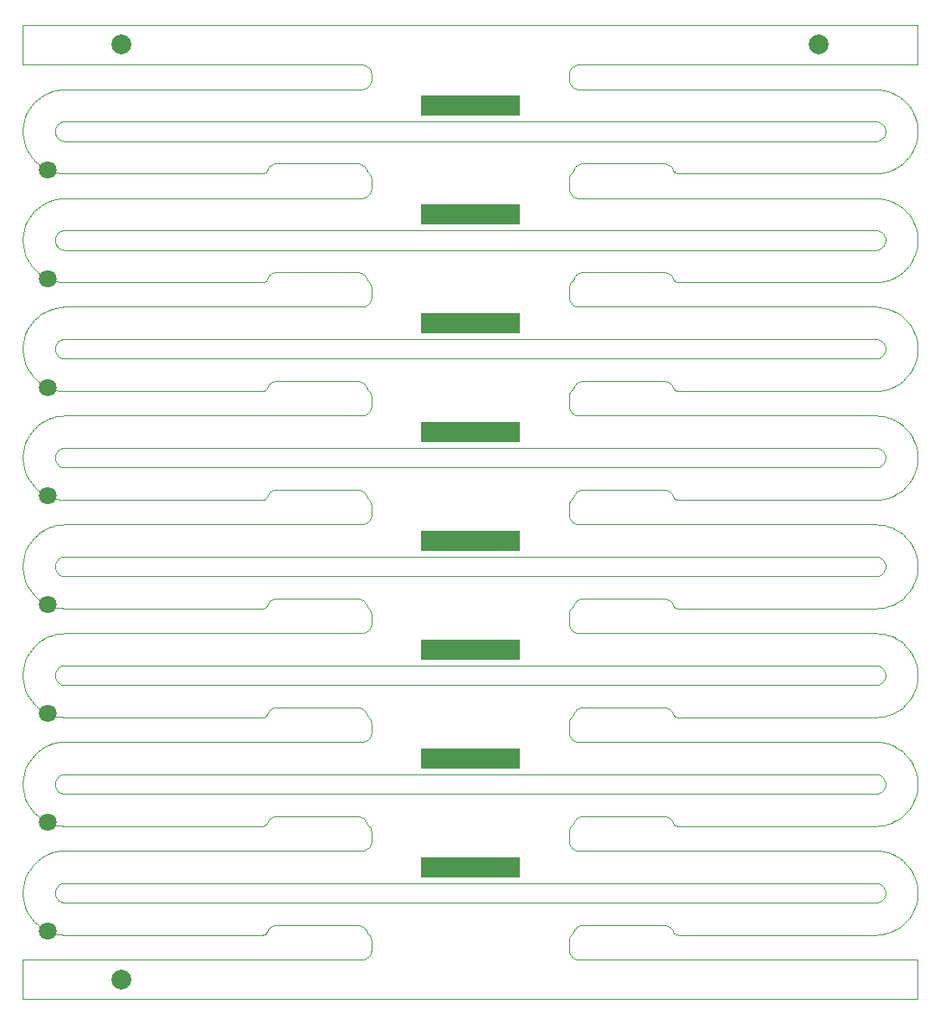
<source format=gbr>
G04 #@! TF.GenerationSoftware,KiCad,Pcbnew,5.1.5+dfsg1-2build2*
G04 #@! TF.CreationDate,2021-10-10T04:01:27+00:00*
G04 #@! TF.ProjectId,bobbin_bottom_4.0,626f6262-696e-45f6-926f-74746f6d5f34,rev?*
G04 #@! TF.SameCoordinates,Original*
G04 #@! TF.FileFunction,Soldermask,Bot*
G04 #@! TF.FilePolarity,Negative*
%FSLAX46Y46*%
G04 Gerber Fmt 4.6, Leading zero omitted, Abs format (unit mm)*
G04 Created by KiCad (PCBNEW 5.1.5+dfsg1-2build2) date 2021-10-10 04:01:27*
%MOMM*%
%LPD*%
G04 APERTURE LIST*
G04 #@! TA.AperFunction,Profile*
%ADD10C,0.100000*%
G04 #@! TD*
%ADD11C,2.000000*%
%ADD12R,10.000000X2.000000*%
%ADD13C,1.800000*%
G04 APERTURE END LIST*
D10*
X136499900Y-77215900D02*
X136401100Y-77236200D01*
X136596400Y-77185700D02*
X136499900Y-77215900D01*
X136689300Y-77145900D02*
X136596400Y-77185700D01*
X136777600Y-77096800D02*
X136689300Y-77145900D01*
X136860600Y-77039100D02*
X136777600Y-77096800D01*
X136937300Y-76973300D02*
X136860600Y-77039100D01*
X137007100Y-76899800D02*
X136937300Y-76973300D01*
X137069000Y-76819900D02*
X137007100Y-76899800D01*
X137122400Y-76734100D02*
X137069000Y-76819900D01*
X137166900Y-76643400D02*
X137122400Y-76734100D01*
X137202000Y-76548600D02*
X137166900Y-76643400D01*
X137227300Y-76450700D02*
X137202000Y-76548600D01*
X137242600Y-76350800D02*
X137227300Y-76450700D01*
X137247700Y-76249900D02*
X137242600Y-76350800D01*
X137242600Y-76149200D02*
X137247700Y-76249900D01*
X137227300Y-76049300D02*
X137242600Y-76149200D01*
X137202000Y-75951500D02*
X137227300Y-76049300D01*
X137166900Y-75856700D02*
X137202000Y-75951500D01*
X137122400Y-75766000D02*
X137166900Y-75856700D01*
X137069000Y-75680200D02*
X137122400Y-75766000D01*
X137007100Y-75600300D02*
X137069000Y-75680200D01*
X136937300Y-75526800D02*
X137007100Y-75600300D01*
X136860600Y-75461000D02*
X136937300Y-75526800D01*
X136777600Y-75403300D02*
X136860600Y-75461000D01*
X136689300Y-75354200D02*
X136777600Y-75403300D01*
X136596600Y-75314500D02*
X136689300Y-75354200D01*
X136500200Y-75284200D02*
X136596600Y-75314500D01*
X136401200Y-75263800D02*
X136500200Y-75284200D01*
X136300700Y-75253600D02*
X136401200Y-75263800D01*
X136224800Y-75251000D02*
X136300700Y-75253600D01*
X54275400Y-75251000D02*
X136224800Y-75251000D01*
X54199100Y-75253600D02*
X54275400Y-75251000D01*
X54098800Y-75263800D02*
X54199100Y-75253600D01*
X53999800Y-75284200D02*
X54098800Y-75263800D01*
X53903400Y-75314500D02*
X53999800Y-75284200D01*
X53810500Y-75354300D02*
X53903400Y-75314500D01*
X53722100Y-75403400D02*
X53810500Y-75354300D01*
X53639200Y-75461200D02*
X53722100Y-75403400D01*
X53562500Y-75527000D02*
X53639200Y-75461200D01*
X53492900Y-75600300D02*
X53562500Y-75527000D01*
X53431000Y-75680200D02*
X53492900Y-75600300D01*
X53377600Y-75766000D02*
X53431000Y-75680200D01*
X53333100Y-75856700D02*
X53377600Y-75766000D01*
X53298100Y-75951200D02*
X53333100Y-75856700D01*
X53272700Y-76049100D02*
X53298100Y-75951200D01*
X53257400Y-76149000D02*
X53272700Y-76049100D01*
X53252300Y-76249900D02*
X53257400Y-76149000D01*
X53257400Y-76350800D02*
X53252300Y-76249900D01*
X53272700Y-76450700D02*
X53257400Y-76350800D01*
X53298000Y-76548600D02*
X53272700Y-76450700D01*
X53333100Y-76643400D02*
X53298000Y-76548600D01*
X53377600Y-76734100D02*
X53333100Y-76643400D01*
X53431000Y-76819900D02*
X53377600Y-76734100D01*
X53492900Y-76899800D02*
X53431000Y-76819900D01*
X53562500Y-76973100D02*
X53492900Y-76899800D01*
X53639200Y-77038900D02*
X53562500Y-76973100D01*
X53722100Y-77096700D02*
X53639200Y-77038900D01*
X53810500Y-77145700D02*
X53722100Y-77096700D01*
X53903400Y-77185600D02*
X53810500Y-77145700D01*
X53999800Y-77215900D02*
X53903400Y-77185600D01*
X54098800Y-77236200D02*
X53999800Y-77215900D01*
X54199300Y-77246500D02*
X54098800Y-77236200D01*
X54275200Y-77249000D02*
X54199300Y-77246500D01*
X136224900Y-77249000D02*
X54275200Y-77249000D01*
X136300500Y-77246500D02*
X136224900Y-77249000D01*
X136401100Y-77236200D02*
X136300500Y-77246500D01*
X136499900Y-132216000D02*
X136401100Y-132236300D01*
X136596400Y-132185800D02*
X136499900Y-132216000D01*
X136689300Y-132145900D02*
X136596400Y-132185800D01*
X136777600Y-132096900D02*
X136689300Y-132145900D01*
X136860600Y-132039200D02*
X136777600Y-132096900D01*
X136937300Y-131973400D02*
X136860600Y-132039200D01*
X137007100Y-131899900D02*
X136937300Y-131973400D01*
X137069000Y-131820000D02*
X137007100Y-131899900D01*
X137122400Y-131734200D02*
X137069000Y-131820000D01*
X137166900Y-131643500D02*
X137122400Y-131734200D01*
X137202000Y-131548700D02*
X137166900Y-131643500D01*
X137227300Y-131450800D02*
X137202000Y-131548700D01*
X137242600Y-131350900D02*
X137227300Y-131450800D01*
X137247700Y-131250000D02*
X137242600Y-131350900D01*
X137242600Y-131149300D02*
X137247700Y-131250000D01*
X137227300Y-131049400D02*
X137242600Y-131149300D01*
X137202000Y-130951600D02*
X137227300Y-131049400D01*
X137166900Y-130856800D02*
X137202000Y-130951600D01*
X137122400Y-130766100D02*
X137166900Y-130856800D01*
X137069000Y-130680300D02*
X137122400Y-130766100D01*
X137007100Y-130600300D02*
X137069000Y-130680300D01*
X136937300Y-130526900D02*
X137007100Y-130600300D01*
X136860600Y-130461100D02*
X136937300Y-130526900D01*
X136777600Y-130403300D02*
X136860600Y-130461100D01*
X136689300Y-130354300D02*
X136777600Y-130403300D01*
X136596600Y-130314600D02*
X136689300Y-130354300D01*
X136500200Y-130284300D02*
X136596600Y-130314600D01*
X136401200Y-130263900D02*
X136500200Y-130284300D01*
X136300700Y-130253700D02*
X136401200Y-130263900D01*
X136224800Y-130251100D02*
X136300700Y-130253700D01*
X54275400Y-130251100D02*
X136224800Y-130251100D01*
X54199200Y-130253700D02*
X54275400Y-130251100D01*
X54098800Y-130263900D02*
X54199200Y-130253700D01*
X53999800Y-130284300D02*
X54098800Y-130263900D01*
X53903400Y-130314600D02*
X53999800Y-130284300D01*
X53810500Y-130354400D02*
X53903400Y-130314600D01*
X53722100Y-130403500D02*
X53810500Y-130354400D01*
X53639200Y-130461200D02*
X53722100Y-130403500D01*
X53562500Y-130527100D02*
X53639200Y-130461200D01*
X53492900Y-130600300D02*
X53562500Y-130527100D01*
X53431000Y-130680300D02*
X53492900Y-130600300D01*
X53377600Y-130766100D02*
X53431000Y-130680300D01*
X53333100Y-130856800D02*
X53377600Y-130766100D01*
X53298100Y-130951300D02*
X53333100Y-130856800D01*
X53272700Y-131049200D02*
X53298100Y-130951300D01*
X53257400Y-131149100D02*
X53272700Y-131049200D01*
X53252300Y-131250000D02*
X53257400Y-131149100D01*
X53257400Y-131350900D02*
X53252300Y-131250000D01*
X53272700Y-131450800D02*
X53257400Y-131350900D01*
X53298000Y-131548700D02*
X53272700Y-131450800D01*
X53333100Y-131643500D02*
X53298000Y-131548700D01*
X53377600Y-131734200D02*
X53333100Y-131643500D01*
X53431000Y-131820000D02*
X53377600Y-131734200D01*
X53492900Y-131899900D02*
X53431000Y-131820000D01*
X53562500Y-131973200D02*
X53492900Y-131899900D01*
X53639200Y-132039000D02*
X53562500Y-131973200D01*
X53722100Y-132096800D02*
X53639200Y-132039000D01*
X53810500Y-132145800D02*
X53722100Y-132096800D01*
X53903400Y-132185700D02*
X53810500Y-132145800D01*
X53999800Y-132216000D02*
X53903400Y-132185700D01*
X54098800Y-132236300D02*
X53999800Y-132216000D01*
X54199300Y-132246600D02*
X54098800Y-132236300D01*
X54275200Y-132249100D02*
X54199300Y-132246600D01*
X136224900Y-132249100D02*
X54275200Y-132249100D01*
X136300500Y-132246500D02*
X136224900Y-132249100D01*
X136401100Y-132236300D02*
X136300500Y-132246500D01*
X136499900Y-66215900D02*
X136401000Y-66236200D01*
X136596400Y-66185700D02*
X136499900Y-66215900D01*
X136689300Y-66145800D02*
X136596400Y-66185700D01*
X136777600Y-66096800D02*
X136689300Y-66145800D01*
X136860600Y-66039100D02*
X136777600Y-66096800D01*
X136937300Y-65973300D02*
X136860600Y-66039100D01*
X137007100Y-65899800D02*
X136937300Y-65973300D01*
X137068800Y-65820100D02*
X137007100Y-65899800D01*
X137122300Y-65734300D02*
X137068800Y-65820100D01*
X137166800Y-65643600D02*
X137122300Y-65734300D01*
X137201900Y-65548800D02*
X137166800Y-65643600D01*
X137227300Y-65451000D02*
X137201900Y-65548800D01*
X137242600Y-65351100D02*
X137227300Y-65451000D01*
X137247700Y-65250200D02*
X137242600Y-65351100D01*
X137242600Y-65149200D02*
X137247700Y-65250200D01*
X137227300Y-65049300D02*
X137242600Y-65149200D01*
X137202000Y-64951500D02*
X137227300Y-65049300D01*
X137166800Y-64856400D02*
X137202000Y-64951500D01*
X137122300Y-64765700D02*
X137166800Y-64856400D01*
X137068800Y-64679900D02*
X137122300Y-64765700D01*
X137006900Y-64600000D02*
X137068800Y-64679900D01*
X136937300Y-64526800D02*
X137006900Y-64600000D01*
X136860600Y-64461000D02*
X136937300Y-64526800D01*
X136777600Y-64403200D02*
X136860600Y-64461000D01*
X136689500Y-64354300D02*
X136777600Y-64403200D01*
X136596600Y-64314500D02*
X136689500Y-64354300D01*
X136500200Y-64284200D02*
X136596600Y-64314500D01*
X136401200Y-64263800D02*
X136500200Y-64284200D01*
X136300700Y-64253600D02*
X136401200Y-64263800D01*
X136224800Y-64251000D02*
X136300700Y-64253600D01*
X54275300Y-64251000D02*
X136224800Y-64251000D01*
X54199200Y-64253600D02*
X54275300Y-64251000D01*
X54098800Y-64263800D02*
X54199200Y-64253600D01*
X53999800Y-64284200D02*
X54098800Y-64263800D01*
X53903400Y-64314500D02*
X53999800Y-64284200D01*
X53810500Y-64354300D02*
X53903400Y-64314500D01*
X53722100Y-64403400D02*
X53810500Y-64354300D01*
X53639200Y-64461100D02*
X53722100Y-64403400D01*
X53562500Y-64527000D02*
X53639200Y-64461100D01*
X53492900Y-64600200D02*
X53562500Y-64527000D01*
X53431000Y-64680200D02*
X53492900Y-64600200D01*
X53377600Y-64765900D02*
X53431000Y-64680200D01*
X53333100Y-64856700D02*
X53377600Y-64765900D01*
X53298000Y-64951500D02*
X53333100Y-64856700D01*
X53272700Y-65049000D02*
X53298000Y-64951500D01*
X53257400Y-65148900D02*
X53272700Y-65049000D01*
X53252300Y-65249900D02*
X53257400Y-65148900D01*
X53257400Y-65350800D02*
X53252300Y-65249900D01*
X53272700Y-65450700D02*
X53257400Y-65350800D01*
X53298000Y-65548600D02*
X53272700Y-65450700D01*
X53333100Y-65643300D02*
X53298000Y-65548600D01*
X53377600Y-65734100D02*
X53333100Y-65643300D01*
X53431000Y-65819900D02*
X53377600Y-65734100D01*
X53492900Y-65899800D02*
X53431000Y-65819900D01*
X53562500Y-65973100D02*
X53492900Y-65899800D01*
X53639200Y-66038900D02*
X53562500Y-65973100D01*
X53722100Y-66096700D02*
X53639200Y-66038900D01*
X53810500Y-66145700D02*
X53722100Y-66096700D01*
X53903400Y-66185600D02*
X53810500Y-66145700D01*
X53999800Y-66215900D02*
X53903400Y-66185600D01*
X54098800Y-66236200D02*
X53999800Y-66215900D01*
X54199300Y-66246400D02*
X54098800Y-66236200D01*
X54275200Y-66249000D02*
X54199300Y-66246400D01*
X136224900Y-66249000D02*
X54275200Y-66249000D01*
X136300600Y-66246400D02*
X136224900Y-66249000D01*
X136401000Y-66236200D02*
X136300600Y-66246400D01*
X136499900Y-121216000D02*
X136401000Y-121236300D01*
X136596400Y-121185800D02*
X136499900Y-121216000D01*
X136689300Y-121145900D02*
X136596400Y-121185800D01*
X136777600Y-121096900D02*
X136689300Y-121145900D01*
X136860600Y-121039200D02*
X136777600Y-121096900D01*
X136937300Y-120973300D02*
X136860600Y-121039200D01*
X137007100Y-120899900D02*
X136937300Y-120973300D01*
X137069000Y-120820000D02*
X137007100Y-120899900D01*
X137122400Y-120734200D02*
X137069000Y-120820000D01*
X137166900Y-120643400D02*
X137122400Y-120734200D01*
X137202000Y-120548700D02*
X137166900Y-120643400D01*
X137227300Y-120450800D02*
X137202000Y-120548700D01*
X137242600Y-120350900D02*
X137227300Y-120450800D01*
X137247700Y-120250000D02*
X137242600Y-120350900D01*
X137242600Y-120149300D02*
X137247700Y-120250000D01*
X137227300Y-120049400D02*
X137242600Y-120149300D01*
X137202000Y-119951600D02*
X137227300Y-120049400D01*
X137166900Y-119856800D02*
X137202000Y-119951600D01*
X137122400Y-119766000D02*
X137166900Y-119856800D01*
X137069000Y-119680300D02*
X137122400Y-119766000D01*
X137007100Y-119600300D02*
X137069000Y-119680300D01*
X136937300Y-119526900D02*
X137007100Y-119600300D01*
X136860600Y-119461100D02*
X136937300Y-119526900D01*
X136777600Y-119403300D02*
X136860600Y-119461100D01*
X136689300Y-119354300D02*
X136777600Y-119403300D01*
X136596600Y-119314500D02*
X136689300Y-119354300D01*
X136500200Y-119284300D02*
X136596600Y-119314500D01*
X136401200Y-119263900D02*
X136500200Y-119284300D01*
X136300700Y-119253700D02*
X136401200Y-119263900D01*
X136224800Y-119251100D02*
X136300700Y-119253700D01*
X54275300Y-119251100D02*
X136224800Y-119251100D01*
X54199300Y-119253700D02*
X54275300Y-119251100D01*
X54098800Y-119263900D02*
X54199300Y-119253700D01*
X53999800Y-119284300D02*
X54098800Y-119263900D01*
X53903400Y-119314500D02*
X53999800Y-119284300D01*
X53810500Y-119354400D02*
X53903400Y-119314500D01*
X53722100Y-119403500D02*
X53810500Y-119354400D01*
X53639200Y-119461200D02*
X53722100Y-119403500D01*
X53562500Y-119527100D02*
X53639200Y-119461200D01*
X53492900Y-119600300D02*
X53562500Y-119527100D01*
X53431000Y-119680300D02*
X53492900Y-119600300D01*
X53377600Y-119766000D02*
X53431000Y-119680300D01*
X53333100Y-119856800D02*
X53377600Y-119766000D01*
X53298100Y-119951300D02*
X53333100Y-119856800D01*
X53272700Y-120049100D02*
X53298100Y-119951300D01*
X53257400Y-120149000D02*
X53272700Y-120049100D01*
X53252300Y-120250000D02*
X53257400Y-120149000D01*
X53257400Y-120350900D02*
X53252300Y-120250000D01*
X53272700Y-120450800D02*
X53257400Y-120350900D01*
X53298000Y-120548700D02*
X53272700Y-120450800D01*
X53333100Y-120643400D02*
X53298000Y-120548700D01*
X53377600Y-120734200D02*
X53333100Y-120643400D01*
X53431000Y-120820000D02*
X53377600Y-120734200D01*
X53492900Y-120899900D02*
X53431000Y-120820000D01*
X53562500Y-120973200D02*
X53492900Y-120899900D01*
X53639200Y-121039000D02*
X53562500Y-120973200D01*
X53722100Y-121096700D02*
X53639200Y-121039000D01*
X53810500Y-121145800D02*
X53722100Y-121096700D01*
X53903400Y-121185700D02*
X53810500Y-121145800D01*
X53999800Y-121215900D02*
X53903400Y-121185700D01*
X54098800Y-121236300D02*
X53999800Y-121215900D01*
X54199300Y-121246500D02*
X54098800Y-121236300D01*
X54275200Y-121249100D02*
X54199300Y-121246500D01*
X136224800Y-121249100D02*
X54275200Y-121249100D01*
X136300600Y-121246500D02*
X136224800Y-121249100D01*
X136401000Y-121236300D02*
X136300600Y-121246500D01*
X136499900Y-55215900D02*
X136401000Y-55236200D01*
X136596400Y-55185700D02*
X136499900Y-55215900D01*
X136689300Y-55145800D02*
X136596400Y-55185700D01*
X136777600Y-55096800D02*
X136689300Y-55145800D01*
X136860600Y-55039100D02*
X136777600Y-55096800D01*
X136937300Y-54973200D02*
X136860600Y-55039100D01*
X137007100Y-54899800D02*
X136937300Y-54973200D01*
X137068800Y-54820100D02*
X137007100Y-54899800D01*
X137122300Y-54734300D02*
X137068800Y-54820100D01*
X137166800Y-54643600D02*
X137122300Y-54734300D01*
X137201900Y-54548800D02*
X137166800Y-54643600D01*
X137227300Y-54451000D02*
X137201900Y-54548800D01*
X137242600Y-54351100D02*
X137227300Y-54451000D01*
X137247700Y-54250100D02*
X137242600Y-54351100D01*
X137242600Y-54149200D02*
X137247700Y-54250100D01*
X137227300Y-54049300D02*
X137242600Y-54149200D01*
X137202000Y-53951500D02*
X137227300Y-54049300D01*
X137166800Y-53856400D02*
X137202000Y-53951500D01*
X137122300Y-53765700D02*
X137166800Y-53856400D01*
X137068800Y-53679900D02*
X137122300Y-53765700D01*
X137006900Y-53600000D02*
X137068800Y-53679900D01*
X136937300Y-53526800D02*
X137006900Y-53600000D01*
X136860600Y-53460900D02*
X136937300Y-53526800D01*
X136777600Y-53403200D02*
X136860600Y-53460900D01*
X136689500Y-53354300D02*
X136777600Y-53403200D01*
X136596600Y-53314400D02*
X136689500Y-53354300D01*
X136500200Y-53284200D02*
X136596600Y-53314400D01*
X136401200Y-53263800D02*
X136500200Y-53284200D01*
X136300700Y-53253600D02*
X136401200Y-53263800D01*
X136224800Y-53251000D02*
X136300700Y-53253600D01*
X54275200Y-53251000D02*
X136224800Y-53251000D01*
X54199300Y-53253600D02*
X54275200Y-53251000D01*
X54098800Y-53263800D02*
X54199300Y-53253600D01*
X53999800Y-53284200D02*
X54098800Y-53263800D01*
X53903400Y-53314400D02*
X53999800Y-53284200D01*
X53810500Y-53354300D02*
X53903400Y-53314400D01*
X53722100Y-53403400D02*
X53810500Y-53354300D01*
X53639200Y-53461100D02*
X53722100Y-53403400D01*
X53562500Y-53527000D02*
X53639200Y-53461100D01*
X53492900Y-53600200D02*
X53562500Y-53527000D01*
X53431000Y-53680200D02*
X53492900Y-53600200D01*
X53377600Y-53765900D02*
X53431000Y-53680200D01*
X53333100Y-53856700D02*
X53377600Y-53765900D01*
X53298000Y-53951500D02*
X53333100Y-53856700D01*
X53272700Y-54049000D02*
X53298000Y-53951500D01*
X53257400Y-54148900D02*
X53272700Y-54049000D01*
X53252300Y-54249900D02*
X53257400Y-54148900D01*
X53257400Y-54350800D02*
X53252300Y-54249900D01*
X53272700Y-54450700D02*
X53257400Y-54350800D01*
X53298000Y-54548500D02*
X53272700Y-54450700D01*
X53333100Y-54643300D02*
X53298000Y-54548500D01*
X53377600Y-54734100D02*
X53333100Y-54643300D01*
X53431000Y-54819900D02*
X53377600Y-54734100D01*
X53492900Y-54899800D02*
X53431000Y-54819900D01*
X53562500Y-54973000D02*
X53492900Y-54899800D01*
X53639200Y-55038900D02*
X53562500Y-54973000D01*
X53722100Y-55096600D02*
X53639200Y-55038900D01*
X53810500Y-55145700D02*
X53722100Y-55096600D01*
X53903400Y-55185600D02*
X53810500Y-55145700D01*
X53999800Y-55215800D02*
X53903400Y-55185600D01*
X54098800Y-55236200D02*
X53999800Y-55215800D01*
X54199300Y-55246400D02*
X54098800Y-55236200D01*
X54275200Y-55249000D02*
X54199300Y-55246400D01*
X136224800Y-55249000D02*
X54275200Y-55249000D01*
X136300700Y-55246400D02*
X136224800Y-55249000D01*
X136401000Y-55236200D02*
X136300700Y-55246400D01*
X136500200Y-110215900D02*
X136400900Y-110236300D01*
X136596600Y-110185700D02*
X136500200Y-110215900D01*
X136689500Y-110145800D02*
X136596600Y-110185700D01*
X136777900Y-110096700D02*
X136689500Y-110145800D01*
X136860800Y-110039000D02*
X136777900Y-110096700D01*
X136937500Y-109973100D02*
X136860800Y-110039000D01*
X137007100Y-109899900D02*
X136937500Y-109973100D01*
X137069000Y-109819900D02*
X137007100Y-109899900D01*
X137122400Y-109734200D02*
X137069000Y-109819900D01*
X137166900Y-109643400D02*
X137122400Y-109734200D01*
X137202000Y-109548600D02*
X137166900Y-109643400D01*
X137227300Y-109450800D02*
X137202000Y-109548600D01*
X137242600Y-109350900D02*
X137227300Y-109450800D01*
X137247700Y-109250000D02*
X137242600Y-109350900D01*
X137242600Y-109149300D02*
X137247700Y-109250000D01*
X137227300Y-109049400D02*
X137242600Y-109149300D01*
X137202000Y-108951500D02*
X137227300Y-109049400D01*
X137166900Y-108856800D02*
X137202000Y-108951500D01*
X137122400Y-108766000D02*
X137166900Y-108856800D01*
X137069000Y-108680200D02*
X137122400Y-108766000D01*
X137007100Y-108600300D02*
X137069000Y-108680200D01*
X136937300Y-108526900D02*
X137007100Y-108600300D01*
X136860600Y-108461000D02*
X136937300Y-108526900D01*
X136777600Y-108403300D02*
X136860600Y-108461000D01*
X136689300Y-108354300D02*
X136777600Y-108403300D01*
X136596600Y-108314500D02*
X136689300Y-108354300D01*
X136500200Y-108284300D02*
X136596600Y-108314500D01*
X136401200Y-108263900D02*
X136500200Y-108284300D01*
X136300700Y-108253700D02*
X136401200Y-108263900D01*
X136224800Y-108251100D02*
X136300700Y-108253700D01*
X54275200Y-108251100D02*
X136224800Y-108251100D01*
X54199400Y-108253700D02*
X54275200Y-108251100D01*
X54098800Y-108263900D02*
X54199400Y-108253700D01*
X53999800Y-108284300D02*
X54098800Y-108263900D01*
X53903400Y-108314500D02*
X53999800Y-108284300D01*
X53810500Y-108354400D02*
X53903400Y-108314500D01*
X53722100Y-108403500D02*
X53810500Y-108354400D01*
X53639200Y-108461200D02*
X53722100Y-108403500D01*
X53562500Y-108527000D02*
X53639200Y-108461200D01*
X53492900Y-108600300D02*
X53562500Y-108527000D01*
X53431000Y-108680200D02*
X53492900Y-108600300D01*
X53377600Y-108766000D02*
X53431000Y-108680200D01*
X53333100Y-108856800D02*
X53377600Y-108766000D01*
X53298100Y-108951300D02*
X53333100Y-108856800D01*
X53272700Y-109049100D02*
X53298100Y-108951300D01*
X53257400Y-109149000D02*
X53272700Y-109049100D01*
X53252300Y-109250000D02*
X53257400Y-109149000D01*
X53257400Y-109350900D02*
X53252300Y-109250000D01*
X53272700Y-109450800D02*
X53257400Y-109350900D01*
X53298000Y-109548600D02*
X53272700Y-109450800D01*
X53333100Y-109643400D02*
X53298000Y-109548600D01*
X53377600Y-109734200D02*
X53333100Y-109643400D01*
X53431000Y-109819900D02*
X53377600Y-109734200D01*
X53492900Y-109899900D02*
X53431000Y-109819900D01*
X53562500Y-109973100D02*
X53492900Y-109899900D01*
X53639200Y-110039000D02*
X53562500Y-109973100D01*
X53722100Y-110096700D02*
X53639200Y-110039000D01*
X53810500Y-110145800D02*
X53722100Y-110096700D01*
X53903400Y-110185700D02*
X53810500Y-110145800D01*
X53999800Y-110215900D02*
X53903400Y-110185700D01*
X54098800Y-110236300D02*
X53999800Y-110215900D01*
X54199300Y-110246500D02*
X54098800Y-110236300D01*
X54275200Y-110249100D02*
X54199300Y-110246500D01*
X136224700Y-110249100D02*
X54275200Y-110249100D01*
X136300700Y-110246500D02*
X136224700Y-110249100D01*
X136400900Y-110236300D02*
X136300700Y-110246500D01*
X136500200Y-99215900D02*
X136400800Y-99236300D01*
X136596600Y-99185600D02*
X136500200Y-99215900D01*
X136689500Y-99145800D02*
X136596600Y-99185600D01*
X136777900Y-99096700D02*
X136689500Y-99145800D01*
X136860800Y-99039000D02*
X136777900Y-99096700D01*
X136937500Y-98973100D02*
X136860800Y-99039000D01*
X137007100Y-98899900D02*
X136937500Y-98973100D01*
X137069000Y-98819900D02*
X137007100Y-98899900D01*
X137122400Y-98734100D02*
X137069000Y-98819900D01*
X137166900Y-98643400D02*
X137122400Y-98734100D01*
X137202000Y-98548600D02*
X137166900Y-98643400D01*
X137227300Y-98450800D02*
X137202000Y-98548600D01*
X137242600Y-98350900D02*
X137227300Y-98450800D01*
X137247700Y-98249900D02*
X137242600Y-98350900D01*
X137242600Y-98149300D02*
X137247700Y-98249900D01*
X137227300Y-98049400D02*
X137242600Y-98149300D01*
X137202000Y-97951500D02*
X137227300Y-98049400D01*
X137166900Y-97856700D02*
X137202000Y-97951500D01*
X137122400Y-97766000D02*
X137166900Y-97856700D01*
X137069000Y-97680200D02*
X137122400Y-97766000D01*
X137007100Y-97600300D02*
X137069000Y-97680200D01*
X136937300Y-97526800D02*
X137007100Y-97600300D01*
X136860600Y-97461000D02*
X136937300Y-97526800D01*
X136777600Y-97403300D02*
X136860600Y-97461000D01*
X136689300Y-97354300D02*
X136777600Y-97403300D01*
X136596600Y-97314500D02*
X136689300Y-97354300D01*
X136500200Y-97284200D02*
X136596600Y-97314500D01*
X136401200Y-97263900D02*
X136500200Y-97284200D01*
X136300700Y-97253600D02*
X136401200Y-97263900D01*
X136224800Y-97251100D02*
X136300700Y-97253600D01*
X54275100Y-97251100D02*
X136224800Y-97251100D01*
X54199500Y-97253700D02*
X54275100Y-97251100D01*
X54098800Y-97263900D02*
X54199500Y-97253700D01*
X53999800Y-97284200D02*
X54098800Y-97263900D01*
X53903400Y-97314500D02*
X53999800Y-97284200D01*
X53810500Y-97354400D02*
X53903400Y-97314500D01*
X53722100Y-97403400D02*
X53810500Y-97354400D01*
X53639200Y-97461200D02*
X53722100Y-97403400D01*
X53562500Y-97527000D02*
X53639200Y-97461200D01*
X53492900Y-97600300D02*
X53562500Y-97527000D01*
X53431000Y-97680200D02*
X53492900Y-97600300D01*
X53377600Y-97766000D02*
X53431000Y-97680200D01*
X53333100Y-97856700D02*
X53377600Y-97766000D01*
X53298100Y-97951300D02*
X53333100Y-97856700D01*
X53272700Y-98049100D02*
X53298100Y-97951300D01*
X53257400Y-98149000D02*
X53272700Y-98049100D01*
X53252300Y-98249900D02*
X53257400Y-98149000D01*
X53257400Y-98350900D02*
X53252300Y-98249900D01*
X53272700Y-98450800D02*
X53257400Y-98350900D01*
X53298000Y-98548600D02*
X53272700Y-98450800D01*
X53333100Y-98643400D02*
X53298000Y-98548600D01*
X53377600Y-98734100D02*
X53333100Y-98643400D01*
X53431000Y-98819900D02*
X53377600Y-98734100D01*
X53492900Y-98899900D02*
X53431000Y-98819900D01*
X53562500Y-98973100D02*
X53492900Y-98899900D01*
X53639200Y-99039000D02*
X53562500Y-98973100D01*
X53722100Y-99096700D02*
X53639200Y-99039000D01*
X53810500Y-99145800D02*
X53722100Y-99096700D01*
X53903400Y-99185600D02*
X53810500Y-99145800D01*
X53999800Y-99215900D02*
X53903400Y-99185600D01*
X54098800Y-99236300D02*
X53999800Y-99215900D01*
X54199300Y-99246500D02*
X54098800Y-99236300D01*
X54275200Y-99249100D02*
X54199300Y-99246500D01*
X136224600Y-99249100D02*
X54275200Y-99249100D01*
X136300800Y-99246500D02*
X136224600Y-99249100D01*
X136400800Y-99236300D02*
X136300800Y-99246500D01*
X136500200Y-88215900D02*
X136400700Y-88236300D01*
X136596600Y-88185600D02*
X136500200Y-88215900D01*
X136689500Y-88145700D02*
X136596600Y-88185600D01*
X136777900Y-88096700D02*
X136689500Y-88145700D01*
X136860800Y-88038900D02*
X136777900Y-88096700D01*
X136937500Y-87973100D02*
X136860800Y-88038900D01*
X137007100Y-87899800D02*
X136937500Y-87973100D01*
X137069000Y-87819900D02*
X137007100Y-87899800D01*
X137122400Y-87734100D02*
X137069000Y-87819900D01*
X137166900Y-87643400D02*
X137122400Y-87734100D01*
X137202000Y-87548600D02*
X137166900Y-87643400D01*
X137227300Y-87450800D02*
X137202000Y-87548600D01*
X137242600Y-87350900D02*
X137227300Y-87450800D01*
X137247700Y-87249900D02*
X137242600Y-87350900D01*
X137242600Y-87149300D02*
X137247700Y-87249900D01*
X137227300Y-87049400D02*
X137242600Y-87149300D01*
X137202000Y-86951500D02*
X137227300Y-87049400D01*
X137166900Y-86856700D02*
X137202000Y-86951500D01*
X137122400Y-86766000D02*
X137166900Y-86856700D01*
X137069000Y-86680200D02*
X137122400Y-86766000D01*
X137007100Y-86600300D02*
X137069000Y-86680200D01*
X136937300Y-86526800D02*
X137007100Y-86600300D01*
X136860600Y-86461000D02*
X136937300Y-86526800D01*
X136777600Y-86403300D02*
X136860600Y-86461000D01*
X136689300Y-86354200D02*
X136777600Y-86403300D01*
X136596600Y-86314500D02*
X136689300Y-86354200D01*
X136500200Y-86284200D02*
X136596600Y-86314500D01*
X136401200Y-86263900D02*
X136500200Y-86284200D01*
X136300700Y-86253600D02*
X136401200Y-86263900D01*
X136224800Y-86251100D02*
X136300700Y-86253600D01*
X54275000Y-86251100D02*
X136224800Y-86251100D01*
X54199600Y-86253600D02*
X54275000Y-86251100D01*
X54098800Y-86263900D02*
X54199600Y-86253600D01*
X53999800Y-86284200D02*
X54098800Y-86263900D01*
X53903400Y-86314500D02*
X53999800Y-86284200D01*
X53810500Y-86354400D02*
X53903400Y-86314500D01*
X53722100Y-86403400D02*
X53810500Y-86354400D01*
X53639200Y-86461200D02*
X53722100Y-86403400D01*
X53562500Y-86527000D02*
X53639200Y-86461200D01*
X53492900Y-86600300D02*
X53562500Y-86527000D01*
X53431000Y-86680200D02*
X53492900Y-86600300D01*
X53377600Y-86766000D02*
X53431000Y-86680200D01*
X53333100Y-86856700D02*
X53377600Y-86766000D01*
X53298100Y-86951200D02*
X53333100Y-86856700D01*
X53272700Y-87049100D02*
X53298100Y-86951200D01*
X53257400Y-87149000D02*
X53272700Y-87049100D01*
X53252300Y-87249900D02*
X53257400Y-87149000D01*
X53257400Y-87350900D02*
X53252300Y-87249900D01*
X53272700Y-87450800D02*
X53257400Y-87350900D01*
X53298000Y-87548600D02*
X53272700Y-87450800D01*
X53333100Y-87643400D02*
X53298000Y-87548600D01*
X53377600Y-87734100D02*
X53333100Y-87643400D01*
X53431000Y-87819900D02*
X53377600Y-87734100D01*
X53492900Y-87899800D02*
X53431000Y-87819900D01*
X53562500Y-87973100D02*
X53492900Y-87899800D01*
X53639200Y-88038900D02*
X53562500Y-87973100D01*
X53722100Y-88096700D02*
X53639200Y-88038900D01*
X53810500Y-88145700D02*
X53722100Y-88096700D01*
X53903400Y-88185600D02*
X53810500Y-88145700D01*
X53999800Y-88215900D02*
X53903400Y-88185600D01*
X54098800Y-88236200D02*
X53999800Y-88215900D01*
X54199300Y-88246500D02*
X54098800Y-88236200D01*
X54275200Y-88249100D02*
X54199300Y-88246500D01*
X136224500Y-88249100D02*
X54275200Y-88249100D01*
X136300900Y-88246500D02*
X136224500Y-88249100D01*
X136400700Y-88236300D02*
X136300900Y-88246500D01*
X140471000Y-43499000D02*
X50014600Y-43499700D01*
X140486300Y-43499800D02*
X140471000Y-43499000D01*
X140492300Y-43503000D02*
X140486300Y-43499800D01*
X140494800Y-43508200D02*
X140492300Y-43503000D01*
X140495500Y-43523500D02*
X140494800Y-43508200D01*
X140495500Y-47475500D02*
X140495500Y-43523500D01*
X140494300Y-47492700D02*
X140495500Y-47475500D01*
X140491600Y-47496700D02*
X140494300Y-47492700D01*
X140486300Y-47499200D02*
X140491600Y-47496700D01*
X106241200Y-47500000D02*
X140486300Y-47499200D01*
X106144000Y-47504800D02*
X106241200Y-47500000D01*
X106047900Y-47519000D02*
X106144000Y-47504800D01*
X105953600Y-47542600D02*
X106047900Y-47519000D01*
X105862200Y-47575400D02*
X105953600Y-47542600D01*
X105774300Y-47616900D02*
X105862200Y-47575400D01*
X105691000Y-47666900D02*
X105774300Y-47616900D01*
X105613000Y-47724700D02*
X105691000Y-47666900D01*
X105541000Y-47790000D02*
X105613000Y-47724700D01*
X105475700Y-47862000D02*
X105541000Y-47790000D01*
X105417900Y-47940000D02*
X105475700Y-47862000D01*
X105367900Y-48023300D02*
X105417900Y-47940000D01*
X105326400Y-48111100D02*
X105367900Y-48023300D01*
X105293600Y-48202600D02*
X105326400Y-48111100D01*
X105270000Y-48296900D02*
X105293600Y-48202600D01*
X105255800Y-48393000D02*
X105270000Y-48296900D01*
X105251000Y-48490200D02*
X105255800Y-48393000D01*
X105251000Y-49008800D02*
X105251000Y-48490200D01*
X105255800Y-49106000D02*
X105251000Y-49008800D01*
X105270000Y-49202100D02*
X105255800Y-49106000D01*
X105293600Y-49296400D02*
X105270000Y-49202100D01*
X105326400Y-49387900D02*
X105293600Y-49296400D01*
X105367900Y-49475700D02*
X105326400Y-49387900D01*
X105417900Y-49559000D02*
X105367900Y-49475700D01*
X105475700Y-49637000D02*
X105417900Y-49559000D01*
X105541000Y-49709000D02*
X105475700Y-49637000D01*
X105613000Y-49774300D02*
X105541000Y-49709000D01*
X105691000Y-49832100D02*
X105613000Y-49774300D01*
X105774300Y-49882100D02*
X105691000Y-49832100D01*
X105862200Y-49923600D02*
X105774300Y-49882100D01*
X105953600Y-49956400D02*
X105862200Y-49923600D01*
X106047900Y-49980000D02*
X105953600Y-49956400D01*
X106144000Y-49994200D02*
X106047900Y-49980000D01*
X106241200Y-49999000D02*
X106144000Y-49994200D01*
X136243700Y-49999000D02*
X106241200Y-49999000D01*
X136679800Y-50021100D02*
X136243700Y-49999000D01*
X137093100Y-50084100D02*
X136679800Y-50021100D01*
X137118000Y-50089200D02*
X137093100Y-50084100D01*
X137510300Y-50190800D02*
X137118000Y-50089200D01*
X137534500Y-50198400D02*
X137510300Y-50190800D01*
X137926500Y-50343900D02*
X137534500Y-50198400D01*
X138312700Y-50533300D02*
X137926500Y-50343900D01*
X138678100Y-50761100D02*
X138312700Y-50533300D01*
X139008900Y-51016700D02*
X138678100Y-50761100D01*
X139028200Y-51033300D02*
X139008900Y-51016700D01*
X139321900Y-51312400D02*
X139028200Y-51033300D01*
X139339400Y-51330900D02*
X139321900Y-51312400D01*
X139611500Y-51648400D02*
X139339400Y-51330900D01*
X139857200Y-52001400D02*
X139611500Y-51648400D01*
X140066200Y-52377800D02*
X139857200Y-52001400D01*
X140231400Y-52761900D02*
X140066200Y-52377800D01*
X140240200Y-52785700D02*
X140231400Y-52761900D01*
X140361500Y-53172300D02*
X140240200Y-52785700D01*
X140367900Y-53196900D02*
X140361500Y-53172300D01*
X140451700Y-53606600D02*
X140367900Y-53196900D01*
X140494300Y-54022000D02*
X140451700Y-53606600D01*
X140495500Y-54047400D02*
X140494300Y-54022000D01*
X140495200Y-54465600D02*
X140495500Y-54047400D01*
X140451600Y-54893900D02*
X140495200Y-54465600D01*
X140365000Y-55315200D02*
X140451600Y-54893900D01*
X140236200Y-55726100D02*
X140365000Y-55315200D01*
X140066400Y-56121800D02*
X140236200Y-55726100D01*
X139857400Y-56498300D02*
X140066400Y-56121800D01*
X139611500Y-56851700D02*
X139857400Y-56498300D01*
X139339400Y-57169100D02*
X139611500Y-56851700D01*
X139321900Y-57187600D02*
X139339400Y-57169100D01*
X139028200Y-57466700D02*
X139321900Y-57187600D01*
X139008900Y-57483300D02*
X139028200Y-57466700D01*
X138678000Y-57739000D02*
X139008900Y-57483300D01*
X138323800Y-57960100D02*
X138678000Y-57739000D01*
X138301600Y-57972500D02*
X138323800Y-57960100D01*
X137926000Y-58156300D02*
X138301600Y-57972500D01*
X137522700Y-58305700D02*
X137926000Y-58156300D01*
X137105900Y-58413600D02*
X137522700Y-58305700D01*
X136692400Y-58477300D02*
X137105900Y-58413600D01*
X136667400Y-58479800D02*
X136692400Y-58477300D01*
X136243700Y-58501000D02*
X136667400Y-58479800D01*
X116249800Y-58500900D02*
X136243700Y-58501000D01*
X116197400Y-58497900D02*
X116249800Y-58500900D01*
X116146100Y-58489800D02*
X116197400Y-58497900D01*
X116095500Y-58476200D02*
X116146100Y-58489800D01*
X116058300Y-58462300D02*
X116095500Y-58476200D01*
X115999900Y-58433700D02*
X116058300Y-58462300D01*
X115966600Y-58412500D02*
X115999900Y-58433700D01*
X115945300Y-58397000D02*
X115966600Y-58412500D01*
X115905500Y-58363000D02*
X115945300Y-58397000D01*
X115878100Y-58335200D02*
X115905500Y-58363000D01*
X115853000Y-58304700D02*
X115878100Y-58335200D01*
X115816300Y-58250100D02*
X115853000Y-58304700D01*
X115792500Y-58203400D02*
X115816300Y-58250100D01*
X115740500Y-58073800D02*
X115792500Y-58203400D01*
X115697000Y-57990800D02*
X115740500Y-58073800D01*
X115645900Y-57912300D02*
X115697000Y-57990800D01*
X115587700Y-57839000D02*
X115645900Y-57912300D01*
X115522700Y-57771500D02*
X115587700Y-57839000D01*
X115451700Y-57710500D02*
X115522700Y-57771500D01*
X115375200Y-57656400D02*
X115451700Y-57710500D01*
X115293900Y-57609800D02*
X115375200Y-57656400D01*
X115208600Y-57571100D02*
X115293900Y-57609800D01*
X115120000Y-57540700D02*
X115208600Y-57571100D01*
X115029000Y-57518700D02*
X115120000Y-57540700D01*
X114936300Y-57505400D02*
X115029000Y-57518700D01*
X114842500Y-57501000D02*
X114936300Y-57505400D01*
X106657500Y-57501000D02*
X114842500Y-57501000D01*
X106563700Y-57505400D02*
X106657500Y-57501000D01*
X106471000Y-57518700D02*
X106563700Y-57505400D01*
X106380000Y-57540700D02*
X106471000Y-57518700D01*
X106291400Y-57571100D02*
X106380000Y-57540700D01*
X106206100Y-57609800D02*
X106291400Y-57571100D01*
X106124800Y-57656400D02*
X106206100Y-57609800D01*
X106048300Y-57710500D02*
X106124800Y-57656400D01*
X105977300Y-57771500D02*
X106048300Y-57710500D01*
X105912300Y-57839000D02*
X105977300Y-57771500D01*
X105854100Y-57912300D02*
X105912300Y-57839000D01*
X105803000Y-57990800D02*
X105854100Y-57912300D01*
X105759500Y-58073800D02*
X105803000Y-57990800D01*
X105701800Y-58215300D02*
X105759500Y-58073800D01*
X105683700Y-58250100D02*
X105701800Y-58215300D01*
X105662300Y-58283700D02*
X105683700Y-58250100D01*
X105621900Y-58335200D02*
X105662300Y-58283700D01*
X105565200Y-58390300D02*
X105621900Y-58335200D01*
X105494600Y-58463400D02*
X105565200Y-58390300D01*
X105432000Y-58543100D02*
X105494600Y-58463400D01*
X105378000Y-58628700D02*
X105432000Y-58543100D01*
X105332900Y-58719500D02*
X105378000Y-58628700D01*
X105297400Y-58814400D02*
X105332900Y-58719500D01*
X105271700Y-58912400D02*
X105297400Y-58814400D01*
X105256200Y-59012500D02*
X105271700Y-58912400D01*
X105251000Y-59114000D02*
X105256200Y-59012500D01*
X105251000Y-60008800D02*
X105251000Y-59114000D01*
X105255800Y-60106000D02*
X105251000Y-60008800D01*
X105270000Y-60202100D02*
X105255800Y-60106000D01*
X105293600Y-60296400D02*
X105270000Y-60202100D01*
X105326400Y-60387900D02*
X105293600Y-60296400D01*
X105367900Y-60475700D02*
X105326400Y-60387900D01*
X105417900Y-60559000D02*
X105367900Y-60475700D01*
X105475700Y-60637100D02*
X105417900Y-60559000D01*
X105541000Y-60709000D02*
X105475700Y-60637100D01*
X105613000Y-60774300D02*
X105541000Y-60709000D01*
X105691000Y-60832200D02*
X105613000Y-60774300D01*
X105774300Y-60882100D02*
X105691000Y-60832200D01*
X105862200Y-60923600D02*
X105774300Y-60882100D01*
X105953600Y-60956400D02*
X105862200Y-60923600D01*
X106047900Y-60980000D02*
X105953600Y-60956400D01*
X106144000Y-60994200D02*
X106047900Y-60980000D01*
X106241200Y-60999000D02*
X106144000Y-60994200D01*
X136243700Y-60999000D02*
X106241200Y-60999000D01*
X136679800Y-61021100D02*
X136243700Y-60999000D01*
X137105400Y-61086300D02*
X136679800Y-61021100D01*
X137522300Y-61194200D02*
X137105400Y-61086300D01*
X137914500Y-61339100D02*
X137522300Y-61194200D01*
X137937800Y-61349100D02*
X137914500Y-61339100D01*
X138301600Y-61527600D02*
X137937800Y-61349100D01*
X138323800Y-61539900D02*
X138301600Y-61527600D01*
X138678500Y-61761400D02*
X138323800Y-61539900D01*
X139018600Y-62024600D02*
X138678500Y-61761400D01*
X139330700Y-62321300D02*
X139018600Y-62024600D01*
X139603300Y-62638300D02*
X139330700Y-62321300D01*
X139618900Y-62658400D02*
X139603300Y-62638300D01*
X139850300Y-62990900D02*
X139618900Y-62658400D01*
X139863800Y-63012500D02*
X139850300Y-62990900D01*
X140066400Y-63378300D02*
X139863800Y-63012500D01*
X140236000Y-63773500D02*
X140066400Y-63378300D01*
X140364900Y-64184400D02*
X140236000Y-63773500D01*
X140449400Y-64593800D02*
X140364900Y-64184400D01*
X140453300Y-64619000D02*
X140449400Y-64593800D01*
X140494300Y-65022000D02*
X140453300Y-64619000D01*
X140495500Y-65047400D02*
X140494300Y-65022000D01*
X140495200Y-65465600D02*
X140495500Y-65047400D01*
X140451600Y-65894000D02*
X140495200Y-65465600D01*
X140365000Y-66315200D02*
X140451600Y-65894000D01*
X140236200Y-66726100D02*
X140365000Y-66315200D01*
X140066400Y-67121800D02*
X140236200Y-66726100D01*
X139857400Y-67498300D02*
X140066400Y-67121800D01*
X139611500Y-67851700D02*
X139857400Y-67498300D01*
X139339400Y-68169100D02*
X139611500Y-67851700D01*
X139321900Y-68187600D02*
X139339400Y-68169100D01*
X139028200Y-68466700D02*
X139321900Y-68187600D01*
X139008900Y-68483300D02*
X139028200Y-68466700D01*
X138678000Y-68739000D02*
X139008900Y-68483300D01*
X138323800Y-68960100D02*
X138678000Y-68739000D01*
X138301600Y-68972500D02*
X138323800Y-68960100D01*
X137926000Y-69156300D02*
X138301600Y-68972500D01*
X137522700Y-69305700D02*
X137926000Y-69156300D01*
X137105900Y-69413600D02*
X137522700Y-69305700D01*
X136692400Y-69477300D02*
X137105900Y-69413600D01*
X136667400Y-69479900D02*
X136692400Y-69477300D01*
X136243700Y-69501000D02*
X136667400Y-69479900D01*
X116249800Y-69500900D02*
X136243700Y-69501000D01*
X116197400Y-69497900D02*
X116249800Y-69500900D01*
X116146100Y-69489800D02*
X116197400Y-69497900D01*
X116095500Y-69476200D02*
X116146100Y-69489800D01*
X116058300Y-69462300D02*
X116095500Y-69476200D01*
X115999900Y-69433700D02*
X116058300Y-69462300D01*
X115966600Y-69412500D02*
X115999900Y-69433700D01*
X115945300Y-69397100D02*
X115966600Y-69412500D01*
X115905500Y-69363000D02*
X115945300Y-69397100D01*
X115878100Y-69335200D02*
X115905500Y-69363000D01*
X115853000Y-69304700D02*
X115878100Y-69335200D01*
X115816300Y-69250100D02*
X115853000Y-69304700D01*
X115792500Y-69203400D02*
X115816300Y-69250100D01*
X115740500Y-69073800D02*
X115792500Y-69203400D01*
X115697000Y-68990800D02*
X115740500Y-69073800D01*
X115645900Y-68912300D02*
X115697000Y-68990800D01*
X115587700Y-68839000D02*
X115645900Y-68912300D01*
X115522700Y-68771500D02*
X115587700Y-68839000D01*
X115451700Y-68710500D02*
X115522700Y-68771500D01*
X115375200Y-68656400D02*
X115451700Y-68710500D01*
X115293900Y-68609800D02*
X115375200Y-68656400D01*
X115208600Y-68571100D02*
X115293900Y-68609800D01*
X115120000Y-68540700D02*
X115208600Y-68571100D01*
X115029000Y-68518700D02*
X115120000Y-68540700D01*
X114936200Y-68505400D02*
X115029000Y-68518700D01*
X114842400Y-68501000D02*
X114936200Y-68505400D01*
X106657500Y-68501000D02*
X114842400Y-68501000D01*
X106563700Y-68505500D02*
X106657500Y-68501000D01*
X106471000Y-68518700D02*
X106563700Y-68505500D01*
X106380000Y-68540700D02*
X106471000Y-68518700D01*
X106291400Y-68571100D02*
X106380000Y-68540700D01*
X106206100Y-68609800D02*
X106291400Y-68571100D01*
X106124800Y-68656400D02*
X106206100Y-68609800D01*
X106048300Y-68710500D02*
X106124800Y-68656400D01*
X105977300Y-68771500D02*
X106048300Y-68710500D01*
X105912300Y-68839000D02*
X105977300Y-68771500D01*
X105854100Y-68912300D02*
X105912300Y-68839000D01*
X105803000Y-68990900D02*
X105854100Y-68912300D01*
X105759500Y-69073800D02*
X105803000Y-68990900D01*
X105701800Y-69215300D02*
X105759500Y-69073800D01*
X105683400Y-69250600D02*
X105701800Y-69215300D01*
X105655200Y-69294100D02*
X105683400Y-69250600D01*
X105621900Y-69335200D02*
X105655200Y-69294100D01*
X105565200Y-69390300D02*
X105621900Y-69335200D01*
X105494600Y-69463400D02*
X105565200Y-69390300D01*
X105432000Y-69543100D02*
X105494600Y-69463400D01*
X105378000Y-69628800D02*
X105432000Y-69543100D01*
X105332900Y-69719500D02*
X105378000Y-69628800D01*
X105297400Y-69814400D02*
X105332900Y-69719500D01*
X105271700Y-69912400D02*
X105297400Y-69814400D01*
X105256200Y-70012600D02*
X105271700Y-69912400D01*
X105251000Y-70114000D02*
X105256200Y-70012600D01*
X105251000Y-71008800D02*
X105251000Y-70114000D01*
X105255800Y-71106100D02*
X105251000Y-71008800D01*
X105270000Y-71202200D02*
X105255800Y-71106100D01*
X105293600Y-71296400D02*
X105270000Y-71202200D01*
X105326400Y-71387900D02*
X105293600Y-71296400D01*
X105367900Y-71475700D02*
X105326400Y-71387900D01*
X105417900Y-71559000D02*
X105367900Y-71475700D01*
X105475700Y-71637100D02*
X105417900Y-71559000D01*
X105541000Y-71709100D02*
X105475700Y-71637100D01*
X105613000Y-71774300D02*
X105541000Y-71709100D01*
X105691000Y-71832200D02*
X105613000Y-71774300D01*
X105774300Y-71882100D02*
X105691000Y-71832200D01*
X105862200Y-71923700D02*
X105774300Y-71882100D01*
X105953600Y-71956400D02*
X105862200Y-71923700D01*
X106047900Y-71980000D02*
X105953600Y-71956400D01*
X106144000Y-71994200D02*
X106047900Y-71980000D01*
X106241200Y-71999000D02*
X106144000Y-71994200D01*
X136243700Y-71999000D02*
X106241200Y-71999000D01*
X136679800Y-72021100D02*
X136243700Y-71999000D01*
X137105400Y-72086300D02*
X136679800Y-72021100D01*
X137522300Y-72194200D02*
X137105400Y-72086300D01*
X137914500Y-72339100D02*
X137522300Y-72194200D01*
X137937800Y-72349100D02*
X137914500Y-72339100D01*
X138301600Y-72527600D02*
X137937800Y-72349100D01*
X138323800Y-72539900D02*
X138301600Y-72527600D01*
X138678500Y-72761400D02*
X138323800Y-72539900D01*
X139018600Y-73024700D02*
X138678500Y-72761400D01*
X139330700Y-73321300D02*
X139018600Y-73024700D01*
X139603300Y-73638300D02*
X139330700Y-73321300D01*
X139618900Y-73658400D02*
X139603300Y-73638300D01*
X139850300Y-73990900D02*
X139618900Y-73658400D01*
X139863800Y-74012500D02*
X139850300Y-73990900D01*
X140066400Y-74378300D02*
X139863800Y-74012500D01*
X140236000Y-74773500D02*
X140066400Y-74378300D01*
X140364900Y-75184400D02*
X140236000Y-74773500D01*
X140449400Y-75593800D02*
X140364900Y-75184400D01*
X140453300Y-75619000D02*
X140449400Y-75593800D01*
X140494300Y-76022000D02*
X140453300Y-75619000D01*
X140495500Y-76047400D02*
X140494300Y-76022000D01*
X140495200Y-76465600D02*
X140495500Y-76047400D01*
X140451600Y-76894000D02*
X140495200Y-76465600D01*
X140365000Y-77315300D02*
X140451600Y-76894000D01*
X140236200Y-77726100D02*
X140365000Y-77315300D01*
X140066400Y-78121800D02*
X140236200Y-77726100D01*
X139857400Y-78498300D02*
X140066400Y-78121800D01*
X139611500Y-78851700D02*
X139857400Y-78498300D01*
X139339400Y-79169200D02*
X139611500Y-78851700D01*
X139321900Y-79187600D02*
X139339400Y-79169200D01*
X139028200Y-79466700D02*
X139321900Y-79187600D01*
X139008900Y-79483300D02*
X139028200Y-79466700D01*
X138678000Y-79739000D02*
X139008900Y-79483300D01*
X138323800Y-79960100D02*
X138678000Y-79739000D01*
X138301600Y-79972500D02*
X138323800Y-79960100D01*
X137926000Y-80156300D02*
X138301600Y-79972500D01*
X137522200Y-80305900D02*
X137926000Y-80156300D01*
X137105900Y-80413700D02*
X137522200Y-80305900D01*
X136680300Y-80478900D02*
X137105900Y-80413700D01*
X136243700Y-80501000D02*
X136680300Y-80478900D01*
X116243500Y-80500700D02*
X136243700Y-80501000D01*
X116197400Y-80497900D02*
X116243500Y-80500700D01*
X116146100Y-80489800D02*
X116197400Y-80497900D01*
X116095500Y-80476300D02*
X116146100Y-80489800D01*
X116058300Y-80462300D02*
X116095500Y-80476300D01*
X115999900Y-80433700D02*
X116058300Y-80462300D01*
X115966600Y-80412500D02*
X115999900Y-80433700D01*
X115945300Y-80397100D02*
X115966600Y-80412500D01*
X115905500Y-80363100D02*
X115945300Y-80397100D01*
X115878100Y-80335200D02*
X115905500Y-80363100D01*
X115853000Y-80304800D02*
X115878100Y-80335200D01*
X115816300Y-80250100D02*
X115853000Y-80304800D01*
X115792500Y-80203400D02*
X115816300Y-80250100D01*
X115740500Y-80073800D02*
X115792500Y-80203400D01*
X115697000Y-79990800D02*
X115740500Y-80073800D01*
X115645900Y-79912300D02*
X115697000Y-79990800D01*
X115587600Y-79839000D02*
X115645900Y-79912300D01*
X115522700Y-79771500D02*
X115587600Y-79839000D01*
X115451600Y-79710500D02*
X115522700Y-79771500D01*
X115375200Y-79656400D02*
X115451600Y-79710500D01*
X115293900Y-79609800D02*
X115375200Y-79656400D01*
X115208600Y-79571100D02*
X115293900Y-79609800D01*
X115120000Y-79540700D02*
X115208600Y-79571100D01*
X115029000Y-79518700D02*
X115120000Y-79540700D01*
X114936200Y-79505400D02*
X115029000Y-79518700D01*
X114842400Y-79501000D02*
X114936200Y-79505400D01*
X106657500Y-79501000D02*
X114842400Y-79501000D01*
X106563700Y-79505500D02*
X106657500Y-79501000D01*
X106471000Y-79518700D02*
X106563700Y-79505500D01*
X106380000Y-79540700D02*
X106471000Y-79518700D01*
X106291400Y-79571200D02*
X106380000Y-79540700D01*
X106206100Y-79609900D02*
X106291400Y-79571200D01*
X106124800Y-79656400D02*
X106206100Y-79609900D01*
X106048300Y-79710500D02*
X106124800Y-79656400D01*
X105977300Y-79771600D02*
X106048300Y-79710500D01*
X105912300Y-79839000D02*
X105977300Y-79771600D01*
X105854100Y-79912400D02*
X105912300Y-79839000D01*
X105803000Y-79990900D02*
X105854100Y-79912400D01*
X105759500Y-80073900D02*
X105803000Y-79990900D01*
X105701800Y-80215300D02*
X105759500Y-80073900D01*
X105683700Y-80250200D02*
X105701800Y-80215300D01*
X105662300Y-80283700D02*
X105683700Y-80250200D01*
X105621900Y-80335300D02*
X105662300Y-80283700D01*
X105565200Y-80390300D02*
X105621900Y-80335300D01*
X105494600Y-80463400D02*
X105565200Y-80390300D01*
X105432000Y-80543100D02*
X105494600Y-80463400D01*
X105378000Y-80628800D02*
X105432000Y-80543100D01*
X105332900Y-80719500D02*
X105378000Y-80628800D01*
X105297400Y-80814400D02*
X105332900Y-80719500D01*
X105271700Y-80912400D02*
X105297400Y-80814400D01*
X105256200Y-81012600D02*
X105271700Y-80912400D01*
X105251000Y-81114000D02*
X105256200Y-81012600D01*
X105251000Y-82008800D02*
X105251000Y-81114000D01*
X105255800Y-82106100D02*
X105251000Y-82008800D01*
X105270000Y-82202200D02*
X105255800Y-82106100D01*
X105293600Y-82296400D02*
X105270000Y-82202200D01*
X105326400Y-82387900D02*
X105293600Y-82296400D01*
X105367900Y-82475700D02*
X105326400Y-82387900D01*
X105417900Y-82559100D02*
X105367900Y-82475700D01*
X105475700Y-82637100D02*
X105417900Y-82559100D01*
X105541000Y-82709100D02*
X105475700Y-82637100D01*
X105613000Y-82774300D02*
X105541000Y-82709100D01*
X105691000Y-82832200D02*
X105613000Y-82774300D01*
X105774300Y-82882200D02*
X105691000Y-82832200D01*
X105862200Y-82923700D02*
X105774300Y-82882200D01*
X105953600Y-82956400D02*
X105862200Y-82923700D01*
X106047900Y-82980000D02*
X105953600Y-82956400D01*
X106144000Y-82994300D02*
X106047900Y-82980000D01*
X106241200Y-82999100D02*
X106144000Y-82994300D01*
X136243700Y-82999100D02*
X106241200Y-82999100D01*
X136679800Y-83021200D02*
X136243700Y-82999100D01*
X137105900Y-83086400D02*
X136679800Y-83021200D01*
X137522300Y-83194300D02*
X137105900Y-83086400D01*
X137926100Y-83343800D02*
X137522300Y-83194300D01*
X138312700Y-83533400D02*
X137926100Y-83343800D01*
X138667600Y-83754200D02*
X138312700Y-83533400D01*
X138688500Y-83768800D02*
X138667600Y-83754200D01*
X139008900Y-84016800D02*
X138688500Y-83768800D01*
X139028200Y-84033300D02*
X139008900Y-84016800D01*
X139331100Y-84321700D02*
X139028200Y-84033300D01*
X139611200Y-84648000D02*
X139331100Y-84321700D01*
X139857200Y-85001400D02*
X139611200Y-84648000D01*
X140060400Y-85366800D02*
X139857200Y-85001400D01*
X140071600Y-85389600D02*
X140060400Y-85366800D01*
X140231400Y-85761900D02*
X140071600Y-85389600D01*
X140240200Y-85785800D02*
X140231400Y-85761900D01*
X140365100Y-86184900D02*
X140240200Y-85785800D01*
X140451600Y-86606200D02*
X140365100Y-86184900D01*
X140495200Y-87034500D02*
X140451600Y-86606200D01*
X140495500Y-87452600D02*
X140495200Y-87034500D01*
X140494300Y-87478000D02*
X140495500Y-87452600D01*
X140453300Y-87881100D02*
X140494300Y-87478000D01*
X140449400Y-87906200D02*
X140453300Y-87881100D01*
X140364900Y-88315800D02*
X140449400Y-87906200D01*
X140236200Y-88726100D02*
X140364900Y-88315800D01*
X140066400Y-89121800D02*
X140236200Y-88726100D01*
X139863800Y-89487500D02*
X140066400Y-89121800D01*
X139850300Y-89509100D02*
X139863800Y-89487500D01*
X139618900Y-89841700D02*
X139850300Y-89509100D01*
X139603300Y-89861800D02*
X139618900Y-89841700D01*
X139330700Y-90178800D02*
X139603300Y-89861800D01*
X139018900Y-90475100D02*
X139330700Y-90178800D01*
X138678500Y-90738700D02*
X139018900Y-90475100D01*
X138323800Y-90960200D02*
X138678500Y-90738700D01*
X138301600Y-90972500D02*
X138323800Y-90960200D01*
X137937900Y-91150900D02*
X138301600Y-90972500D01*
X137914500Y-91161000D02*
X137937900Y-91150900D01*
X137522200Y-91305900D02*
X137914500Y-91161000D01*
X137105400Y-91413800D02*
X137522200Y-91305900D01*
X136679800Y-91479000D02*
X137105400Y-91413800D01*
X136243700Y-91501100D02*
X136679800Y-91479000D01*
X116249800Y-91501000D02*
X136243700Y-91501100D01*
X116197400Y-91497900D02*
X116249800Y-91501000D01*
X116146100Y-91489800D02*
X116197400Y-91497900D01*
X116095500Y-91476300D02*
X116146100Y-91489800D01*
X116058300Y-91462400D02*
X116095500Y-91476300D01*
X115999900Y-91433800D02*
X116058300Y-91462400D01*
X115966600Y-91412500D02*
X115999900Y-91433800D01*
X115945300Y-91397100D02*
X115966600Y-91412500D01*
X115905500Y-91363100D02*
X115945300Y-91397100D01*
X115878100Y-91335200D02*
X115905500Y-91363100D01*
X115853000Y-91304800D02*
X115878100Y-91335200D01*
X115816300Y-91250100D02*
X115853000Y-91304800D01*
X115792500Y-91203400D02*
X115816300Y-91250100D01*
X115740500Y-91073900D02*
X115792500Y-91203400D01*
X115697100Y-90990900D02*
X115740500Y-91073900D01*
X115646000Y-90912400D02*
X115697100Y-90990900D01*
X115587700Y-90839100D02*
X115646000Y-90912400D01*
X115522700Y-90771600D02*
X115587700Y-90839100D01*
X115451700Y-90710600D02*
X115522700Y-90771600D01*
X115375200Y-90656500D02*
X115451700Y-90710600D01*
X115293900Y-90609900D02*
X115375200Y-90656500D01*
X115208600Y-90571200D02*
X115293900Y-90609900D01*
X115120100Y-90540800D02*
X115208600Y-90571200D01*
X115029000Y-90518800D02*
X115120100Y-90540800D01*
X114936300Y-90505500D02*
X115029000Y-90518800D01*
X114842500Y-90501100D02*
X114936300Y-90505500D01*
X106657600Y-90501100D02*
X114842500Y-90501100D01*
X106563800Y-90505500D02*
X106657600Y-90501100D01*
X106471000Y-90518800D02*
X106563800Y-90505500D01*
X106380000Y-90540700D02*
X106471000Y-90518800D01*
X106291400Y-90571200D02*
X106380000Y-90540700D01*
X106206100Y-90609900D02*
X106291400Y-90571200D01*
X106124800Y-90656500D02*
X106206100Y-90609900D01*
X106048300Y-90710500D02*
X106124800Y-90656500D01*
X105977300Y-90771600D02*
X106048300Y-90710500D01*
X105912300Y-90839100D02*
X105977300Y-90771600D01*
X105854100Y-90912400D02*
X105912300Y-90839100D01*
X105803000Y-90990900D02*
X105854100Y-90912400D01*
X105759500Y-91073900D02*
X105803000Y-90990900D01*
X105701800Y-91215300D02*
X105759500Y-91073900D01*
X105683700Y-91250200D02*
X105701800Y-91215300D01*
X105662300Y-91283700D02*
X105683700Y-91250200D01*
X105621900Y-91335300D02*
X105662300Y-91283700D01*
X105565200Y-91390300D02*
X105621900Y-91335300D01*
X105494600Y-91463400D02*
X105565200Y-91390300D01*
X105432000Y-91543100D02*
X105494600Y-91463400D01*
X105378000Y-91628800D02*
X105432000Y-91543100D01*
X105332900Y-91719600D02*
X105378000Y-91628800D01*
X105297400Y-91814400D02*
X105332900Y-91719600D01*
X105271700Y-91912500D02*
X105297400Y-91814400D01*
X105256200Y-92012600D02*
X105271700Y-91912500D01*
X105251000Y-92114000D02*
X105256200Y-92012600D01*
X105251000Y-93008800D02*
X105251000Y-92114000D01*
X105255800Y-93106100D02*
X105251000Y-93008800D01*
X105270000Y-93202200D02*
X105255800Y-93106100D01*
X105293600Y-93296500D02*
X105270000Y-93202200D01*
X105326400Y-93387900D02*
X105293600Y-93296500D01*
X105367900Y-93475800D02*
X105326400Y-93387900D01*
X105417900Y-93559100D02*
X105367900Y-93475800D01*
X105475700Y-93637100D02*
X105417900Y-93559100D01*
X105541000Y-93709100D02*
X105475700Y-93637100D01*
X105613000Y-93774400D02*
X105541000Y-93709100D01*
X105691000Y-93832200D02*
X105613000Y-93774400D01*
X105774300Y-93882200D02*
X105691000Y-93832200D01*
X105862200Y-93923700D02*
X105774300Y-93882200D01*
X105953600Y-93956400D02*
X105862200Y-93923700D01*
X106047900Y-93980000D02*
X105953600Y-93956400D01*
X106144000Y-93994300D02*
X106047900Y-93980000D01*
X106241200Y-93999100D02*
X106144000Y-93994300D01*
X136243700Y-93999100D02*
X106241200Y-93999100D01*
X136667300Y-94020200D02*
X136243700Y-93999100D01*
X136692400Y-94022800D02*
X136667300Y-94020200D01*
X137105900Y-94086500D02*
X136692400Y-94022800D01*
X137522300Y-94194300D02*
X137105900Y-94086500D01*
X137926100Y-94343800D02*
X137522300Y-94194300D01*
X138301600Y-94527600D02*
X137926100Y-94343800D01*
X138323800Y-94540000D02*
X138301600Y-94527600D01*
X138667600Y-94754300D02*
X138323800Y-94540000D01*
X138688500Y-94768800D02*
X138667600Y-94754300D01*
X139019000Y-95025000D02*
X138688500Y-94768800D01*
X139321900Y-95312500D02*
X139019000Y-95025000D01*
X139339400Y-95330900D02*
X139321900Y-95312500D01*
X139611500Y-95648400D02*
X139339400Y-95330900D01*
X139857500Y-96001900D02*
X139611500Y-95648400D01*
X140066200Y-96377900D02*
X139857500Y-96001900D01*
X140236000Y-96773600D02*
X140066200Y-96377900D01*
X140364900Y-97184400D02*
X140236000Y-96773600D01*
X140451600Y-97606200D02*
X140364900Y-97184400D01*
X140495200Y-98034600D02*
X140451600Y-97606200D01*
X140495500Y-98452600D02*
X140495200Y-98034600D01*
X140494300Y-98478000D02*
X140495500Y-98452600D01*
X140453300Y-98881100D02*
X140494300Y-98478000D01*
X140449400Y-98906300D02*
X140453300Y-98881100D01*
X140364900Y-99315800D02*
X140449400Y-98906300D01*
X140236200Y-99726100D02*
X140364900Y-99315800D01*
X140066400Y-100121800D02*
X140236200Y-99726100D01*
X139863800Y-100487600D02*
X140066400Y-100121800D01*
X139850300Y-100509100D02*
X139863800Y-100487600D01*
X139618900Y-100841700D02*
X139850300Y-100509100D01*
X139603300Y-100861800D02*
X139618900Y-100841700D01*
X139330700Y-101178800D02*
X139603300Y-100861800D01*
X139018900Y-101475200D02*
X139330700Y-101178800D01*
X138678500Y-101738700D02*
X139018900Y-101475200D01*
X138323800Y-101960200D02*
X138678500Y-101738700D01*
X138301600Y-101972500D02*
X138323800Y-101960200D01*
X137937900Y-102151000D02*
X138301600Y-101972500D01*
X137914500Y-102161000D02*
X137937900Y-102151000D01*
X137522200Y-102305900D02*
X137914500Y-102161000D01*
X137105400Y-102413800D02*
X137522200Y-102305900D01*
X136679800Y-102479000D02*
X137105400Y-102413800D01*
X136243700Y-102501100D02*
X136679800Y-102479000D01*
X116249800Y-102501000D02*
X136243700Y-102501100D01*
X116197400Y-102498000D02*
X116249800Y-102501000D01*
X116146100Y-102489800D02*
X116197400Y-102498000D01*
X116095500Y-102476300D02*
X116146100Y-102489800D01*
X116058300Y-102462400D02*
X116095500Y-102476300D01*
X115999900Y-102433800D02*
X116058300Y-102462400D01*
X115966600Y-102412600D02*
X115999900Y-102433800D01*
X115945300Y-102397100D02*
X115966600Y-102412600D01*
X115905500Y-102363100D02*
X115945300Y-102397100D01*
X115878100Y-102335300D02*
X115905500Y-102363100D01*
X115853000Y-102304800D02*
X115878100Y-102335300D01*
X115816300Y-102250200D02*
X115853000Y-102304800D01*
X115792500Y-102203400D02*
X115816300Y-102250200D01*
X115740500Y-102073900D02*
X115792500Y-102203400D01*
X115697000Y-101990900D02*
X115740500Y-102073900D01*
X115646000Y-101912400D02*
X115697000Y-101990900D01*
X115587700Y-101839100D02*
X115646000Y-101912400D01*
X115522700Y-101771600D02*
X115587700Y-101839100D01*
X115451700Y-101710600D02*
X115522700Y-101771600D01*
X115375200Y-101656500D02*
X115451700Y-101710600D01*
X115293900Y-101609900D02*
X115375200Y-101656500D01*
X115208600Y-101571200D02*
X115293900Y-101609900D01*
X115120000Y-101540800D02*
X115208600Y-101571200D01*
X115029000Y-101518800D02*
X115120000Y-101540800D01*
X114936300Y-101505500D02*
X115029000Y-101518800D01*
X114842500Y-101501100D02*
X114936300Y-101505500D01*
X106657600Y-101501100D02*
X114842500Y-101501100D01*
X106563800Y-101505500D02*
X106657600Y-101501100D01*
X106471000Y-101518800D02*
X106563800Y-101505500D01*
X106380000Y-101540700D02*
X106471000Y-101518800D01*
X106291400Y-101571200D02*
X106380000Y-101540700D01*
X106206100Y-101609900D02*
X106291400Y-101571200D01*
X106124800Y-101656500D02*
X106206100Y-101609900D01*
X106048300Y-101710500D02*
X106124800Y-101656500D01*
X105977300Y-101771600D02*
X106048300Y-101710500D01*
X105912300Y-101839100D02*
X105977300Y-101771600D01*
X105854100Y-101912400D02*
X105912300Y-101839100D01*
X105803000Y-101990900D02*
X105854100Y-101912400D01*
X105759500Y-102073900D02*
X105803000Y-101990900D01*
X105701800Y-102215300D02*
X105759500Y-102073900D01*
X105683400Y-102250600D02*
X105701800Y-102215300D01*
X105655200Y-102294200D02*
X105683400Y-102250600D01*
X105621900Y-102335300D02*
X105655200Y-102294200D01*
X105565200Y-102390400D02*
X105621900Y-102335300D01*
X105494600Y-102463400D02*
X105565200Y-102390400D01*
X105432000Y-102543100D02*
X105494600Y-102463400D01*
X105378000Y-102628800D02*
X105432000Y-102543100D01*
X105332900Y-102719600D02*
X105378000Y-102628800D01*
X105297400Y-102814500D02*
X105332900Y-102719600D01*
X105271700Y-102912500D02*
X105297400Y-102814500D01*
X105256200Y-103012600D02*
X105271700Y-102912500D01*
X105251000Y-103114100D02*
X105256200Y-103012600D01*
X105251000Y-104008800D02*
X105251000Y-103114100D01*
X105255800Y-104106100D02*
X105251000Y-104008800D01*
X105270000Y-104202200D02*
X105255800Y-104106100D01*
X105293600Y-104296500D02*
X105270000Y-104202200D01*
X105326400Y-104387900D02*
X105293600Y-104296500D01*
X105367900Y-104475800D02*
X105326400Y-104387900D01*
X105417900Y-104559100D02*
X105367900Y-104475800D01*
X105475700Y-104637100D02*
X105417900Y-104559100D01*
X105541000Y-104709100D02*
X105475700Y-104637100D01*
X105613000Y-104774400D02*
X105541000Y-104709100D01*
X105691000Y-104832200D02*
X105613000Y-104774400D01*
X105774300Y-104882200D02*
X105691000Y-104832200D01*
X105862200Y-104923700D02*
X105774300Y-104882200D01*
X105953600Y-104956500D02*
X105862200Y-104923700D01*
X106047900Y-104980100D02*
X105953600Y-104956500D01*
X106144000Y-104994300D02*
X106047900Y-104980100D01*
X106241200Y-104999100D02*
X106144000Y-104994300D01*
X136243700Y-104999100D02*
X106241200Y-104999100D01*
X136667300Y-105020300D02*
X136243700Y-104999100D01*
X136692400Y-105022800D02*
X136667300Y-105020300D01*
X137105900Y-105086500D02*
X136692400Y-105022800D01*
X137522300Y-105194300D02*
X137105900Y-105086500D01*
X137926100Y-105343800D02*
X137522300Y-105194300D01*
X138301600Y-105527600D02*
X137926100Y-105343800D01*
X138323800Y-105540000D02*
X138301600Y-105527600D01*
X138667600Y-105754300D02*
X138323800Y-105540000D01*
X138688500Y-105768800D02*
X138667600Y-105754300D01*
X139019000Y-106025000D02*
X138688500Y-105768800D01*
X139321900Y-106312500D02*
X139019000Y-106025000D01*
X139339400Y-106330900D02*
X139321900Y-106312500D01*
X139611500Y-106648400D02*
X139339400Y-106330900D01*
X139857500Y-107001900D02*
X139611500Y-106648400D01*
X140066200Y-107377900D02*
X139857500Y-107001900D01*
X140236000Y-107773600D02*
X140066200Y-107377900D01*
X140364900Y-108184400D02*
X140236000Y-107773600D01*
X140451600Y-108606200D02*
X140364900Y-108184400D01*
X140495200Y-109034600D02*
X140451600Y-108606200D01*
X140495500Y-109452900D02*
X140495200Y-109034600D01*
X140494300Y-109478100D02*
X140495500Y-109452900D01*
X140453300Y-109881100D02*
X140494300Y-109478100D01*
X140449400Y-109906300D02*
X140453300Y-109881100D01*
X140364900Y-110315800D02*
X140449400Y-109906300D01*
X140236000Y-110726600D02*
X140364900Y-110315800D01*
X140066400Y-111121900D02*
X140236000Y-110726600D01*
X139863800Y-111487600D02*
X140066400Y-111121900D01*
X139850300Y-111509200D02*
X139863800Y-111487600D01*
X139618900Y-111841700D02*
X139850300Y-111509200D01*
X139603300Y-111861800D02*
X139618900Y-111841700D01*
X139330700Y-112178900D02*
X139603300Y-111861800D01*
X139018900Y-112475200D02*
X139330700Y-112178900D01*
X138678500Y-112738800D02*
X139018900Y-112475200D01*
X138323800Y-112960200D02*
X138678500Y-112738800D01*
X138301600Y-112972500D02*
X138323800Y-112960200D01*
X137937900Y-113151000D02*
X138301600Y-112972500D01*
X137914500Y-113161000D02*
X137937900Y-113151000D01*
X137522200Y-113305900D02*
X137914500Y-113161000D01*
X137118100Y-113410900D02*
X137522200Y-113305900D01*
X137093400Y-113416000D02*
X137118100Y-113410900D01*
X136679800Y-113479000D02*
X137093400Y-113416000D01*
X136243700Y-113501100D02*
X136679800Y-113479000D01*
X116249800Y-113501000D02*
X136243700Y-113501100D01*
X116197400Y-113498000D02*
X116249800Y-113501000D01*
X116146100Y-113489900D02*
X116197400Y-113498000D01*
X116095500Y-113476300D02*
X116146100Y-113489900D01*
X116058300Y-113462400D02*
X116095500Y-113476300D01*
X115999900Y-113433800D02*
X116058300Y-113462400D01*
X115966600Y-113412600D02*
X115999900Y-113433800D01*
X115945300Y-113397100D02*
X115966600Y-113412600D01*
X115905500Y-113363100D02*
X115945300Y-113397100D01*
X115878100Y-113335300D02*
X115905500Y-113363100D01*
X115853000Y-113304800D02*
X115878100Y-113335300D01*
X115816300Y-113250200D02*
X115853000Y-113304800D01*
X115792500Y-113203500D02*
X115816300Y-113250200D01*
X115740500Y-113073900D02*
X115792500Y-113203500D01*
X115697000Y-112990900D02*
X115740500Y-113073900D01*
X115645900Y-112912400D02*
X115697000Y-112990900D01*
X115587700Y-112839100D02*
X115645900Y-112912400D01*
X115522700Y-112771600D02*
X115587700Y-112839100D01*
X115451700Y-112710600D02*
X115522700Y-112771600D01*
X115375200Y-112656500D02*
X115451700Y-112710600D01*
X115293900Y-112609900D02*
X115375200Y-112656500D01*
X115208600Y-112571200D02*
X115293900Y-112609900D01*
X115120000Y-112540800D02*
X115208600Y-112571200D01*
X115029000Y-112518800D02*
X115120000Y-112540800D01*
X114936300Y-112505500D02*
X115029000Y-112518800D01*
X114842500Y-112501100D02*
X114936300Y-112505500D01*
X106657500Y-112501100D02*
X114842500Y-112501100D01*
X106563700Y-112505500D02*
X106657500Y-112501100D01*
X106471000Y-112518800D02*
X106563700Y-112505500D01*
X106380000Y-112540700D02*
X106471000Y-112518800D01*
X106291400Y-112571200D02*
X106380000Y-112540700D01*
X106206100Y-112609900D02*
X106291400Y-112571200D01*
X106124800Y-112656500D02*
X106206100Y-112609900D01*
X106048300Y-112710600D02*
X106124800Y-112656500D01*
X105977300Y-112771600D02*
X106048300Y-112710600D01*
X105912300Y-112839100D02*
X105977300Y-112771600D01*
X105854100Y-112912400D02*
X105912300Y-112839100D01*
X105803000Y-112990900D02*
X105854100Y-112912400D01*
X105759500Y-113073900D02*
X105803000Y-112990900D01*
X105701800Y-113215300D02*
X105759500Y-113073900D01*
X105683700Y-113250200D02*
X105701800Y-113215300D01*
X105662300Y-113283700D02*
X105683700Y-113250200D01*
X105621900Y-113335300D02*
X105662300Y-113283700D01*
X105565200Y-113390400D02*
X105621900Y-113335300D01*
X105494600Y-113463500D02*
X105565200Y-113390400D01*
X105432000Y-113543200D02*
X105494600Y-113463500D01*
X105378000Y-113628800D02*
X105432000Y-113543200D01*
X105332900Y-113719600D02*
X105378000Y-113628800D01*
X105297400Y-113814500D02*
X105332900Y-113719600D01*
X105271700Y-113912500D02*
X105297400Y-113814500D01*
X105256200Y-114012600D02*
X105271700Y-113912500D01*
X105251000Y-114114100D02*
X105256200Y-114012600D01*
X105251000Y-115008900D02*
X105251000Y-114114100D01*
X105255800Y-115106100D02*
X105251000Y-115008900D01*
X105270000Y-115202200D02*
X105255800Y-115106100D01*
X105293600Y-115296500D02*
X105270000Y-115202200D01*
X105326400Y-115388000D02*
X105293600Y-115296500D01*
X105367900Y-115475800D02*
X105326400Y-115388000D01*
X105417900Y-115559100D02*
X105367900Y-115475800D01*
X105475700Y-115637100D02*
X105417900Y-115559100D01*
X105541000Y-115709100D02*
X105475700Y-115637100D01*
X105613000Y-115774400D02*
X105541000Y-115709100D01*
X105691000Y-115832300D02*
X105613000Y-115774400D01*
X105774300Y-115882200D02*
X105691000Y-115832300D01*
X105862200Y-115923700D02*
X105774300Y-115882200D01*
X105953600Y-115956500D02*
X105862200Y-115923700D01*
X106047900Y-115980100D02*
X105953600Y-115956500D01*
X106144000Y-115994300D02*
X106047900Y-115980100D01*
X106241200Y-115999100D02*
X106144000Y-115994300D01*
X136243700Y-115999100D02*
X106241200Y-115999100D01*
X136667300Y-116020300D02*
X136243700Y-115999100D01*
X136692400Y-116022800D02*
X136667300Y-116020300D01*
X137105900Y-116086500D02*
X136692400Y-116022800D01*
X137522300Y-116194300D02*
X137105900Y-116086500D01*
X137926100Y-116343800D02*
X137522300Y-116194300D01*
X138301600Y-116527600D02*
X137926100Y-116343800D01*
X138323800Y-116540000D02*
X138301600Y-116527600D01*
X138667600Y-116754300D02*
X138323800Y-116540000D01*
X138688500Y-116768800D02*
X138667600Y-116754300D01*
X139019000Y-117025100D02*
X138688500Y-116768800D01*
X139321900Y-117312500D02*
X139019000Y-117025100D01*
X139339400Y-117331000D02*
X139321900Y-117312500D01*
X139611500Y-117648500D02*
X139339400Y-117331000D01*
X139857500Y-118001900D02*
X139611500Y-117648500D01*
X140066200Y-118377900D02*
X139857500Y-118001900D01*
X140236000Y-118773600D02*
X140066200Y-118377900D01*
X140364900Y-119184400D02*
X140236000Y-118773600D01*
X140451600Y-119606200D02*
X140364900Y-119184400D01*
X140495200Y-120034600D02*
X140451600Y-119606200D01*
X140495500Y-120452700D02*
X140495200Y-120034600D01*
X140494300Y-120478100D02*
X140495500Y-120452700D01*
X140453300Y-120881100D02*
X140494300Y-120478100D01*
X140449400Y-120906300D02*
X140453300Y-120881100D01*
X140364900Y-121315800D02*
X140449400Y-120906300D01*
X140236200Y-121726200D02*
X140364900Y-121315800D01*
X140066400Y-122121900D02*
X140236200Y-121726200D01*
X139863800Y-122487600D02*
X140066400Y-122121900D01*
X139850300Y-122509200D02*
X139863800Y-122487600D01*
X139618900Y-122841700D02*
X139850300Y-122509200D01*
X139603300Y-122861800D02*
X139618900Y-122841700D01*
X139330700Y-123178900D02*
X139603300Y-122861800D01*
X139018900Y-123475200D02*
X139330700Y-123178900D01*
X138678500Y-123738800D02*
X139018900Y-123475200D01*
X138323800Y-123960200D02*
X138678500Y-123738800D01*
X138301600Y-123972600D02*
X138323800Y-123960200D01*
X137937900Y-124151000D02*
X138301600Y-123972600D01*
X137914500Y-124161000D02*
X137937900Y-124151000D01*
X137522200Y-124305900D02*
X137914500Y-124161000D01*
X137118100Y-124410900D02*
X137522200Y-124305900D01*
X137093400Y-124416000D02*
X137118100Y-124410900D01*
X136679800Y-124479000D02*
X137093400Y-124416000D01*
X136243700Y-124501100D02*
X136679800Y-124479000D01*
X116249800Y-124501000D02*
X136243700Y-124501100D01*
X116197400Y-124498000D02*
X116249800Y-124501000D01*
X116146100Y-124489900D02*
X116197400Y-124498000D01*
X116095500Y-124476300D02*
X116146100Y-124489900D01*
X116058300Y-124462400D02*
X116095500Y-124476300D01*
X115999900Y-124433800D02*
X116058300Y-124462400D01*
X115966600Y-124412600D02*
X115999900Y-124433800D01*
X115945300Y-124397200D02*
X115966600Y-124412600D01*
X115905500Y-124363100D02*
X115945300Y-124397200D01*
X115878100Y-124335300D02*
X115905500Y-124363100D01*
X115853000Y-124304800D02*
X115878100Y-124335300D01*
X115816300Y-124250200D02*
X115853000Y-124304800D01*
X115792500Y-124203500D02*
X115816300Y-124250200D01*
X115740500Y-124073900D02*
X115792500Y-124203500D01*
X115697000Y-123990900D02*
X115740500Y-124073900D01*
X115645900Y-123912400D02*
X115697000Y-123990900D01*
X115587700Y-123839100D02*
X115645900Y-123912400D01*
X115522700Y-123771600D02*
X115587700Y-123839100D01*
X115451700Y-123710600D02*
X115522700Y-123771600D01*
X115375200Y-123656500D02*
X115451700Y-123710600D01*
X115293900Y-123609900D02*
X115375200Y-123656500D01*
X115208600Y-123571200D02*
X115293900Y-123609900D01*
X115120000Y-123540800D02*
X115208600Y-123571200D01*
X115029000Y-123518800D02*
X115120000Y-123540800D01*
X114936200Y-123505500D02*
X115029000Y-123518800D01*
X114842400Y-123501100D02*
X114936200Y-123505500D01*
X106657500Y-123501100D02*
X114842400Y-123501100D01*
X106563700Y-123505600D02*
X106657500Y-123501100D01*
X106471000Y-123518800D02*
X106563700Y-123505600D01*
X106380000Y-123540800D02*
X106471000Y-123518800D01*
X106291400Y-123571200D02*
X106380000Y-123540800D01*
X106206100Y-123609900D02*
X106291400Y-123571200D01*
X106124800Y-123656500D02*
X106206100Y-123609900D01*
X106048300Y-123710600D02*
X106124800Y-123656500D01*
X105977300Y-123771600D02*
X106048300Y-123710600D01*
X105912300Y-123839100D02*
X105977300Y-123771600D01*
X105854100Y-123912400D02*
X105912300Y-123839100D01*
X105803000Y-123990900D02*
X105854100Y-123912400D01*
X105759500Y-124073900D02*
X105803000Y-123990900D01*
X105701800Y-124215400D02*
X105759500Y-124073900D01*
X105683700Y-124250200D02*
X105701800Y-124215400D01*
X105662300Y-124283800D02*
X105683700Y-124250200D01*
X105621900Y-124335300D02*
X105662300Y-124283800D01*
X105565200Y-124390400D02*
X105621900Y-124335300D01*
X105494600Y-124463500D02*
X105565200Y-124390400D01*
X105432000Y-124543200D02*
X105494600Y-124463500D01*
X105378000Y-124628800D02*
X105432000Y-124543200D01*
X105332900Y-124719600D02*
X105378000Y-124628800D01*
X105297400Y-124814500D02*
X105332900Y-124719600D01*
X105271700Y-124912500D02*
X105297400Y-124814500D01*
X105256200Y-125012600D02*
X105271700Y-124912500D01*
X105251000Y-125114100D02*
X105256200Y-125012600D01*
X105251000Y-126008900D02*
X105251000Y-125114100D01*
X105255800Y-126106200D02*
X105251000Y-126008900D01*
X105270000Y-126202300D02*
X105255800Y-126106200D01*
X105293600Y-126296500D02*
X105270000Y-126202300D01*
X105326400Y-126388000D02*
X105293600Y-126296500D01*
X105367900Y-126475800D02*
X105326400Y-126388000D01*
X105417900Y-126559100D02*
X105367900Y-126475800D01*
X105475700Y-126637200D02*
X105417900Y-126559100D01*
X105541000Y-126709100D02*
X105475700Y-126637200D01*
X105613000Y-126774400D02*
X105541000Y-126709100D01*
X105691000Y-126832300D02*
X105613000Y-126774400D01*
X105774300Y-126882200D02*
X105691000Y-126832300D01*
X105862200Y-126923700D02*
X105774300Y-126882200D01*
X105953600Y-126956500D02*
X105862200Y-126923700D01*
X106047900Y-126980100D02*
X105953600Y-126956500D01*
X106144000Y-126994300D02*
X106047900Y-126980100D01*
X106241200Y-126999100D02*
X106144000Y-126994300D01*
X136243700Y-126999100D02*
X106241200Y-126999100D01*
X136667300Y-127020300D02*
X136243700Y-126999100D01*
X136692600Y-127022900D02*
X136667300Y-127020300D01*
X137105900Y-127086500D02*
X136692600Y-127022900D01*
X137522300Y-127194300D02*
X137105900Y-127086500D01*
X137926100Y-127343800D02*
X137522300Y-127194300D01*
X138301600Y-127527700D02*
X137926100Y-127343800D01*
X138323800Y-127540000D02*
X138301600Y-127527700D01*
X138667600Y-127754300D02*
X138323800Y-127540000D01*
X138688500Y-127768800D02*
X138667600Y-127754300D01*
X139019000Y-128025100D02*
X138688500Y-127768800D01*
X139321900Y-128312500D02*
X139019000Y-128025100D01*
X139339400Y-128331000D02*
X139321900Y-128312500D01*
X139611500Y-128648500D02*
X139339400Y-128331000D01*
X139857500Y-129001900D02*
X139611500Y-128648500D01*
X140066200Y-129378000D02*
X139857500Y-129001900D01*
X140236000Y-129773600D02*
X140066200Y-129378000D01*
X140364900Y-130184500D02*
X140236000Y-129773600D01*
X140451600Y-130606200D02*
X140364900Y-130184500D01*
X140495200Y-131034600D02*
X140451600Y-130606200D01*
X140495500Y-131452700D02*
X140495200Y-131034600D01*
X140494300Y-131478100D02*
X140495500Y-131452700D01*
X140453300Y-131881200D02*
X140494300Y-131478100D01*
X140449400Y-131906300D02*
X140453300Y-131881200D01*
X140364900Y-132315800D02*
X140449400Y-131906300D01*
X140236200Y-132726200D02*
X140364900Y-132315800D01*
X140066400Y-133121900D02*
X140236200Y-132726200D01*
X139863800Y-133487600D02*
X140066400Y-133121900D01*
X139850300Y-133509200D02*
X139863800Y-133487600D01*
X139618900Y-133841700D02*
X139850300Y-133509200D01*
X139603300Y-133861800D02*
X139618900Y-133841700D01*
X139330700Y-134178900D02*
X139603300Y-133861800D01*
X139018900Y-134475200D02*
X139330700Y-134178900D01*
X138678500Y-134738800D02*
X139018900Y-134475200D01*
X138323800Y-134960200D02*
X138678500Y-134738800D01*
X138301600Y-134972600D02*
X138323800Y-134960200D01*
X137937900Y-135151000D02*
X138301600Y-134972600D01*
X137914500Y-135161000D02*
X137937900Y-135151000D01*
X137522200Y-135305900D02*
X137914500Y-135161000D01*
X137118100Y-135410900D02*
X137522200Y-135305900D01*
X137093400Y-135416000D02*
X137118100Y-135410900D01*
X136679800Y-135479000D02*
X137093400Y-135416000D01*
X136243700Y-135501100D02*
X136679800Y-135479000D01*
X116249800Y-135501000D02*
X136243700Y-135501100D01*
X116197400Y-135498000D02*
X116249800Y-135501000D01*
X116146100Y-135489900D02*
X116197400Y-135498000D01*
X116095500Y-135476300D02*
X116146100Y-135489900D01*
X116058300Y-135462400D02*
X116095500Y-135476300D01*
X115999900Y-135433800D02*
X116058300Y-135462400D01*
X115966600Y-135412600D02*
X115999900Y-135433800D01*
X115945300Y-135397200D02*
X115966600Y-135412600D01*
X115905500Y-135363100D02*
X115945300Y-135397200D01*
X115878100Y-135335300D02*
X115905500Y-135363100D01*
X115853000Y-135304800D02*
X115878100Y-135335300D01*
X115816300Y-135250200D02*
X115853000Y-135304800D01*
X115792500Y-135203500D02*
X115816300Y-135250200D01*
X115740500Y-135073900D02*
X115792500Y-135203500D01*
X115697000Y-134990900D02*
X115740500Y-135073900D01*
X115645900Y-134912400D02*
X115697000Y-134990900D01*
X115587600Y-134839100D02*
X115645900Y-134912400D01*
X115522700Y-134771600D02*
X115587600Y-134839100D01*
X115451700Y-134710600D02*
X115522700Y-134771600D01*
X115375200Y-134656500D02*
X115451700Y-134710600D01*
X115293900Y-134609900D02*
X115375200Y-134656500D01*
X115208600Y-134571200D02*
X115293900Y-134609900D01*
X115120000Y-134540800D02*
X115208600Y-134571200D01*
X115029000Y-134518800D02*
X115120000Y-134540800D01*
X114936200Y-134505500D02*
X115029000Y-134518800D01*
X114842400Y-134501100D02*
X114936200Y-134505500D01*
X106657500Y-134501100D02*
X114842400Y-134501100D01*
X106563700Y-134505600D02*
X106657500Y-134501100D01*
X106471000Y-134518800D02*
X106563700Y-134505600D01*
X106380000Y-134540800D02*
X106471000Y-134518800D01*
X106291400Y-134571200D02*
X106380000Y-134540800D01*
X106206100Y-134609900D02*
X106291400Y-134571200D01*
X106124800Y-134656500D02*
X106206100Y-134609900D01*
X106048300Y-134710600D02*
X106124800Y-134656500D01*
X105977300Y-134771600D02*
X106048300Y-134710600D01*
X105912300Y-134839100D02*
X105977300Y-134771600D01*
X105854100Y-134912500D02*
X105912300Y-134839100D01*
X105803000Y-134991000D02*
X105854100Y-134912500D01*
X105759500Y-135073900D02*
X105803000Y-134991000D01*
X105701800Y-135215400D02*
X105759500Y-135073900D01*
X105683700Y-135250200D02*
X105701800Y-135215400D01*
X105662300Y-135283800D02*
X105683700Y-135250200D01*
X105621900Y-135335300D02*
X105662300Y-135283800D01*
X105565200Y-135390400D02*
X105621900Y-135335300D01*
X105494600Y-135463500D02*
X105565200Y-135390400D01*
X105432000Y-135543200D02*
X105494600Y-135463500D01*
X105378000Y-135628900D02*
X105432000Y-135543200D01*
X105332900Y-135719600D02*
X105378000Y-135628900D01*
X105297400Y-135814500D02*
X105332900Y-135719600D01*
X105271700Y-135912500D02*
X105297400Y-135814500D01*
X105256200Y-136012700D02*
X105271700Y-135912500D01*
X105251000Y-136114100D02*
X105256200Y-136012700D01*
X105251000Y-137009900D02*
X105251000Y-136114100D01*
X105255800Y-137107200D02*
X105251000Y-137009900D01*
X105270000Y-137203300D02*
X105255800Y-137107200D01*
X105293600Y-137297500D02*
X105270000Y-137203300D01*
X105326400Y-137389000D02*
X105293600Y-137297500D01*
X105367900Y-137476800D02*
X105326400Y-137389000D01*
X105417900Y-137560200D02*
X105367900Y-137476800D01*
X105475700Y-137638200D02*
X105417900Y-137560200D01*
X105541000Y-137710200D02*
X105475700Y-137638200D01*
X105613000Y-137775400D02*
X105541000Y-137710200D01*
X105691000Y-137833300D02*
X105613000Y-137775400D01*
X105774300Y-137883200D02*
X105691000Y-137833300D01*
X105862200Y-137924800D02*
X105774300Y-137883200D01*
X105953600Y-137957500D02*
X105862200Y-137924800D01*
X106047900Y-137981100D02*
X105953600Y-137957500D01*
X106144000Y-137995400D02*
X106047900Y-137981100D01*
X106241200Y-138000100D02*
X106144000Y-137995400D01*
X140486300Y-138000900D02*
X106241200Y-138000100D01*
X140490800Y-138002800D02*
X140486300Y-138000900D01*
X140494300Y-138007500D02*
X140490800Y-138002800D01*
X140495500Y-138024700D02*
X140494300Y-138007500D01*
X140495500Y-141976600D02*
X140495500Y-138024700D01*
X140494800Y-141991900D02*
X140495500Y-141976600D01*
X140491600Y-141997900D02*
X140494800Y-141991900D01*
X140486300Y-142000400D02*
X140491600Y-141997900D01*
X140471000Y-142001100D02*
X140486300Y-142000400D01*
X50029000Y-142001100D02*
X140471000Y-142001100D01*
X50013700Y-142000400D02*
X50029000Y-142001100D01*
X50007700Y-141997200D02*
X50013700Y-142000400D01*
X50005200Y-141991900D02*
X50007700Y-141997200D01*
X50004500Y-141976600D02*
X50005200Y-141991900D01*
X50004500Y-138024700D02*
X50004500Y-141976600D01*
X50005700Y-138007500D02*
X50004500Y-138024700D01*
X50008400Y-138003400D02*
X50005700Y-138007500D01*
X50013700Y-138000900D02*
X50008400Y-138003400D01*
X84258800Y-138000100D02*
X50013700Y-138000900D01*
X84356000Y-137995400D02*
X84258800Y-138000100D01*
X84452100Y-137981100D02*
X84356000Y-137995400D01*
X84546400Y-137957500D02*
X84452100Y-137981100D01*
X84637900Y-137924800D02*
X84546400Y-137957500D01*
X84725700Y-137883200D02*
X84637900Y-137924800D01*
X84809000Y-137833300D02*
X84725700Y-137883200D01*
X84887000Y-137775400D02*
X84809000Y-137833300D01*
X84959000Y-137710200D02*
X84887000Y-137775400D01*
X85024300Y-137638200D02*
X84959000Y-137710200D01*
X85082100Y-137560200D02*
X85024300Y-137638200D01*
X85132100Y-137476800D02*
X85082100Y-137560200D01*
X85173600Y-137389000D02*
X85132100Y-137476800D01*
X85206400Y-137297500D02*
X85173600Y-137389000D01*
X85230000Y-137203300D02*
X85206400Y-137297500D01*
X85244200Y-137107200D02*
X85230000Y-137203300D01*
X85249000Y-137009900D02*
X85244200Y-137107200D01*
X85249000Y-136114100D02*
X85249000Y-137009900D01*
X85244400Y-136019000D02*
X85249000Y-136114100D01*
X85230800Y-135925000D02*
X85244400Y-136019000D01*
X85208300Y-135832800D02*
X85230800Y-135925000D01*
X85177000Y-135743100D02*
X85208300Y-135832800D01*
X85137200Y-135656900D02*
X85177000Y-135743100D01*
X85089400Y-135574800D02*
X85137200Y-135656900D01*
X85033900Y-135497800D02*
X85089400Y-135574800D01*
X84971300Y-135426400D02*
X85033900Y-135497800D01*
X84878100Y-135335300D02*
X84971300Y-135426400D01*
X84844800Y-135294200D02*
X84878100Y-135335300D01*
X84816500Y-135250700D02*
X84844800Y-135294200D01*
X84798200Y-135215400D02*
X84816500Y-135250700D01*
X84740500Y-135073900D02*
X84798200Y-135215400D01*
X84697000Y-134990900D02*
X84740500Y-135073900D01*
X84645900Y-134912400D02*
X84697000Y-134990900D01*
X84587600Y-134839100D02*
X84645900Y-134912400D01*
X84522700Y-134771600D02*
X84587600Y-134839100D01*
X84451700Y-134710600D02*
X84522700Y-134771600D01*
X84375200Y-134656500D02*
X84451700Y-134710600D01*
X84293900Y-134609900D02*
X84375200Y-134656500D01*
X84208600Y-134571200D02*
X84293900Y-134609900D01*
X84120000Y-134540800D02*
X84208600Y-134571200D01*
X84029000Y-134518800D02*
X84120000Y-134540800D01*
X83936200Y-134505500D02*
X84029000Y-134518800D01*
X83842400Y-134501100D02*
X83936200Y-134505500D01*
X75657500Y-134501100D02*
X83842400Y-134501100D01*
X75563700Y-134505600D02*
X75657500Y-134501100D01*
X75471000Y-134518800D02*
X75563700Y-134505600D01*
X75380000Y-134540800D02*
X75471000Y-134518800D01*
X75291400Y-134571200D02*
X75380000Y-134540800D01*
X75206100Y-134609900D02*
X75291400Y-134571200D01*
X75124800Y-134656500D02*
X75206100Y-134609900D01*
X75048300Y-134710600D02*
X75124800Y-134656500D01*
X74977300Y-134771600D02*
X75048300Y-134710600D01*
X74912300Y-134839100D02*
X74977300Y-134771600D01*
X74854100Y-134912500D02*
X74912300Y-134839100D01*
X74803000Y-134991000D02*
X74854100Y-134912500D01*
X74759500Y-135073900D02*
X74803000Y-134991000D01*
X74707500Y-135203500D02*
X74759500Y-135073900D01*
X74683700Y-135250200D02*
X74707500Y-135203500D01*
X74647000Y-135304800D02*
X74683700Y-135250200D01*
X74622200Y-135335000D02*
X74647000Y-135304800D01*
X74594500Y-135363100D02*
X74622200Y-135335000D01*
X74575000Y-135380700D02*
X74594500Y-135363100D01*
X74533500Y-135412600D02*
X74575000Y-135380700D01*
X74500100Y-135433800D02*
X74533500Y-135412600D01*
X74441700Y-135462400D02*
X74500100Y-135433800D01*
X74404400Y-135476400D02*
X74441700Y-135462400D01*
X74353800Y-135489900D02*
X74404400Y-135476400D01*
X74302600Y-135498000D02*
X74353800Y-135489900D01*
X74250100Y-135501000D02*
X74302600Y-135498000D01*
X54256300Y-135501100D02*
X74250100Y-135501000D01*
X53820200Y-135479000D02*
X54256300Y-135501100D01*
X53406900Y-135416000D02*
X53820200Y-135479000D01*
X53382000Y-135410900D02*
X53406900Y-135416000D01*
X52989700Y-135309400D02*
X53382000Y-135410900D01*
X52965500Y-135301800D02*
X52989700Y-135309400D01*
X52573500Y-135156200D02*
X52965500Y-135301800D01*
X52187300Y-134966800D02*
X52573500Y-135156200D01*
X51821900Y-134739100D02*
X52187300Y-134966800D01*
X51491100Y-134483400D02*
X51821900Y-134739100D01*
X51471800Y-134466800D02*
X51491100Y-134483400D01*
X51178100Y-134187700D02*
X51471800Y-134466800D01*
X51160600Y-134169300D02*
X51178100Y-134187700D01*
X50888500Y-133851800D02*
X51160600Y-134169300D01*
X50642800Y-133498800D02*
X50888500Y-133851800D01*
X50433800Y-133122300D02*
X50642800Y-133498800D01*
X50268600Y-132738200D02*
X50433800Y-133122300D01*
X50259800Y-132714400D02*
X50268600Y-132738200D01*
X50138500Y-132327800D02*
X50259800Y-132714400D01*
X50132100Y-132303200D02*
X50138500Y-132327800D01*
X50048300Y-131893500D02*
X50132100Y-132303200D01*
X50005700Y-131478100D02*
X50048300Y-131893500D01*
X50004500Y-131452700D02*
X50005700Y-131478100D01*
X50004800Y-131034600D02*
X50004500Y-131452700D01*
X50048300Y-130606700D02*
X50004800Y-131034600D01*
X50135000Y-130184900D02*
X50048300Y-130606700D01*
X50259800Y-129785900D02*
X50135000Y-130184900D01*
X50268600Y-129762000D02*
X50259800Y-129785900D01*
X50428400Y-129389700D02*
X50268600Y-129762000D01*
X50439600Y-129366900D02*
X50428400Y-129389700D01*
X50642800Y-129001400D02*
X50439600Y-129366900D01*
X50881100Y-128658500D02*
X50642800Y-129001400D01*
X50896700Y-128638400D02*
X50881100Y-128658500D01*
X51169300Y-128321400D02*
X50896700Y-128638400D01*
X51481400Y-128024700D02*
X51169300Y-128321400D01*
X51821500Y-127761500D02*
X51481400Y-128024700D01*
X52186900Y-127533700D02*
X51821500Y-127761500D01*
X52573500Y-127344000D02*
X52186900Y-127533700D01*
X52977300Y-127194500D02*
X52573500Y-127344000D01*
X53394100Y-127086500D02*
X52977300Y-127194500D01*
X53807300Y-127022900D02*
X53394100Y-127086500D01*
X53832600Y-127020300D02*
X53807300Y-127022900D01*
X54256300Y-126999100D02*
X53832600Y-127020300D01*
X84258800Y-126999100D02*
X54256300Y-126999100D01*
X84356000Y-126994300D02*
X84258800Y-126999100D01*
X84452100Y-126980100D02*
X84356000Y-126994300D01*
X84546400Y-126956500D02*
X84452100Y-126980100D01*
X84637900Y-126923700D02*
X84546400Y-126956500D01*
X84725700Y-126882200D02*
X84637900Y-126923700D01*
X84809000Y-126832300D02*
X84725700Y-126882200D01*
X84887000Y-126774400D02*
X84809000Y-126832300D01*
X84959000Y-126709100D02*
X84887000Y-126774400D01*
X85024300Y-126637200D02*
X84959000Y-126709100D01*
X85082100Y-126559100D02*
X85024300Y-126637200D01*
X85132100Y-126475800D02*
X85082100Y-126559100D01*
X85173600Y-126388000D02*
X85132100Y-126475800D01*
X85206400Y-126296500D02*
X85173600Y-126388000D01*
X85230000Y-126202200D02*
X85206400Y-126296500D01*
X85244200Y-126106100D02*
X85230000Y-126202200D01*
X85249000Y-126008900D02*
X85244200Y-126106100D01*
X85249000Y-125114100D02*
X85249000Y-126008900D01*
X85244400Y-125019000D02*
X85249000Y-125114100D01*
X85230800Y-124925000D02*
X85244400Y-125019000D01*
X85208300Y-124832800D02*
X85230800Y-124925000D01*
X85177000Y-124743100D02*
X85208300Y-124832800D01*
X85137200Y-124656900D02*
X85177000Y-124743100D01*
X85089400Y-124574800D02*
X85137200Y-124656900D01*
X85033900Y-124497700D02*
X85089400Y-124574800D01*
X84971300Y-124426300D02*
X85033900Y-124497700D01*
X84878100Y-124335300D02*
X84971300Y-124426300D01*
X84837700Y-124283800D02*
X84878100Y-124335300D01*
X84816500Y-124250600D02*
X84837700Y-124283800D01*
X84798200Y-124215400D02*
X84816500Y-124250600D01*
X84740500Y-124073900D02*
X84798200Y-124215400D01*
X84697000Y-123990900D02*
X84740500Y-124073900D01*
X84645900Y-123912400D02*
X84697000Y-123990900D01*
X84587700Y-123839100D02*
X84645900Y-123912400D01*
X84522700Y-123771600D02*
X84587700Y-123839100D01*
X84451700Y-123710600D02*
X84522700Y-123771600D01*
X84375200Y-123656500D02*
X84451700Y-123710600D01*
X84293900Y-123609900D02*
X84375200Y-123656500D01*
X84208600Y-123571200D02*
X84293900Y-123609900D01*
X84120000Y-123540800D02*
X84208600Y-123571200D01*
X84029000Y-123518800D02*
X84120000Y-123540800D01*
X83936200Y-123505500D02*
X84029000Y-123518800D01*
X83842400Y-123501100D02*
X83936200Y-123505500D01*
X75657500Y-123501100D02*
X83842400Y-123501100D01*
X75563700Y-123505600D02*
X75657500Y-123501100D01*
X75471000Y-123518800D02*
X75563700Y-123505600D01*
X75380000Y-123540800D02*
X75471000Y-123518800D01*
X75291400Y-123571200D02*
X75380000Y-123540800D01*
X75206100Y-123609900D02*
X75291400Y-123571200D01*
X75124800Y-123656500D02*
X75206100Y-123609900D01*
X75048300Y-123710600D02*
X75124800Y-123656500D01*
X74977300Y-123771600D02*
X75048300Y-123710600D01*
X74912300Y-123839100D02*
X74977300Y-123771600D01*
X74854100Y-123912400D02*
X74912300Y-123839100D01*
X74803000Y-123990900D02*
X74854100Y-123912400D01*
X74759500Y-124073900D02*
X74803000Y-123990900D01*
X74707500Y-124203500D02*
X74759500Y-124073900D01*
X74683700Y-124250200D02*
X74707500Y-124203500D01*
X74647000Y-124304800D02*
X74683700Y-124250200D01*
X74622200Y-124334900D02*
X74647000Y-124304800D01*
X74594500Y-124363100D02*
X74622200Y-124334900D01*
X74575000Y-124380700D02*
X74594500Y-124363100D01*
X74533500Y-124412600D02*
X74575000Y-124380700D01*
X74500100Y-124433800D02*
X74533500Y-124412600D01*
X74441700Y-124462400D02*
X74500100Y-124433800D01*
X74404400Y-124476300D02*
X74441700Y-124462400D01*
X74353800Y-124489900D02*
X74404400Y-124476300D01*
X74302600Y-124498000D02*
X74353800Y-124489900D01*
X74250100Y-124501000D02*
X74302600Y-124498000D01*
X54256300Y-124501100D02*
X74250100Y-124501000D01*
X53820200Y-124479000D02*
X54256300Y-124501100D01*
X53406600Y-124416000D02*
X53820200Y-124479000D01*
X53382000Y-124410900D02*
X53406600Y-124416000D01*
X52977700Y-124305900D02*
X53382000Y-124410900D01*
X52585500Y-124161000D02*
X52977700Y-124305900D01*
X52562200Y-124151000D02*
X52585500Y-124161000D01*
X52198400Y-123972600D02*
X52562200Y-124151000D01*
X52176200Y-123960200D02*
X52198400Y-123972600D01*
X51821500Y-123738700D02*
X52176200Y-123960200D01*
X51481400Y-123475500D02*
X51821500Y-123738700D01*
X51169300Y-123178800D02*
X51481400Y-123475500D01*
X50896700Y-122861800D02*
X51169300Y-123178800D01*
X50881100Y-122841700D02*
X50896700Y-122861800D01*
X50649700Y-122509200D02*
X50881100Y-122841700D01*
X50636200Y-122487600D02*
X50649700Y-122509200D01*
X50433600Y-122121800D02*
X50636200Y-122487600D01*
X50264000Y-121726600D02*
X50433600Y-122121800D01*
X50135100Y-121315800D02*
X50264000Y-121726600D01*
X50050600Y-120906300D02*
X50135100Y-121315800D01*
X50046700Y-120881200D02*
X50050600Y-120906300D01*
X50005700Y-120478100D02*
X50046700Y-120881200D01*
X50004500Y-120452700D02*
X50005700Y-120478100D01*
X50004800Y-120034500D02*
X50004500Y-120452700D01*
X50048300Y-119606700D02*
X50004800Y-120034500D01*
X50135000Y-119184900D02*
X50048300Y-119606700D01*
X50259800Y-118785900D02*
X50135000Y-119184900D01*
X50268600Y-118762000D02*
X50259800Y-118785900D01*
X50428400Y-118389700D02*
X50268600Y-118762000D01*
X50439600Y-118366900D02*
X50428400Y-118389700D01*
X50642800Y-118001400D02*
X50439600Y-118366900D01*
X50881100Y-117658500D02*
X50642800Y-118001400D01*
X50896700Y-117638400D02*
X50881100Y-117658500D01*
X51169300Y-117321300D02*
X50896700Y-117638400D01*
X51481400Y-117024700D02*
X51169300Y-117321300D01*
X51821500Y-116761400D02*
X51481400Y-117024700D01*
X52186900Y-116533700D02*
X51821500Y-116761400D01*
X52573500Y-116344000D02*
X52186900Y-116533700D01*
X52977300Y-116194400D02*
X52573500Y-116344000D01*
X53394100Y-116086500D02*
X52977300Y-116194400D01*
X53807300Y-116022800D02*
X53394100Y-116086500D01*
X53832600Y-116020300D02*
X53807300Y-116022800D01*
X54256300Y-115999100D02*
X53832600Y-116020300D01*
X84258800Y-115999100D02*
X54256300Y-115999100D01*
X84356000Y-115994300D02*
X84258800Y-115999100D01*
X84452100Y-115980100D02*
X84356000Y-115994300D01*
X84546400Y-115956500D02*
X84452100Y-115980100D01*
X84637900Y-115923700D02*
X84546400Y-115956500D01*
X84725700Y-115882200D02*
X84637900Y-115923700D01*
X84809000Y-115832200D02*
X84725700Y-115882200D01*
X84887000Y-115774400D02*
X84809000Y-115832200D01*
X84959000Y-115709100D02*
X84887000Y-115774400D01*
X85024300Y-115637100D02*
X84959000Y-115709100D01*
X85082100Y-115559100D02*
X85024300Y-115637100D01*
X85132100Y-115475800D02*
X85082100Y-115559100D01*
X85173600Y-115388000D02*
X85132100Y-115475800D01*
X85206400Y-115296500D02*
X85173600Y-115388000D01*
X85230000Y-115202200D02*
X85206400Y-115296500D01*
X85244200Y-115106100D02*
X85230000Y-115202200D01*
X85249000Y-115008900D02*
X85244200Y-115106100D01*
X85249000Y-114114100D02*
X85249000Y-115008900D01*
X85244400Y-114019000D02*
X85249000Y-114114100D01*
X85230800Y-113925000D02*
X85244400Y-114019000D01*
X85208300Y-113832700D02*
X85230800Y-113925000D01*
X85177000Y-113743100D02*
X85208300Y-113832700D01*
X85137200Y-113656800D02*
X85177000Y-113743100D01*
X85089400Y-113574800D02*
X85137200Y-113656800D01*
X85033900Y-113497700D02*
X85089400Y-113574800D01*
X84971300Y-113426300D02*
X85033900Y-113497700D01*
X84878100Y-113335300D02*
X84971300Y-113426300D01*
X84837700Y-113283800D02*
X84878100Y-113335300D01*
X84816500Y-113250600D02*
X84837700Y-113283800D01*
X84798200Y-113215400D02*
X84816500Y-113250600D01*
X84740500Y-113073900D02*
X84798200Y-113215400D01*
X84697000Y-112990900D02*
X84740500Y-113073900D01*
X84645900Y-112912400D02*
X84697000Y-112990900D01*
X84587700Y-112839100D02*
X84645900Y-112912400D01*
X84522700Y-112771600D02*
X84587700Y-112839100D01*
X84451700Y-112710600D02*
X84522700Y-112771600D01*
X84375200Y-112656500D02*
X84451700Y-112710600D01*
X84293900Y-112609900D02*
X84375200Y-112656500D01*
X84208600Y-112571200D02*
X84293900Y-112609900D01*
X84120000Y-112540800D02*
X84208600Y-112571200D01*
X84029000Y-112518800D02*
X84120000Y-112540800D01*
X83936300Y-112505500D02*
X84029000Y-112518800D01*
X83842500Y-112501100D02*
X83936300Y-112505500D01*
X75657500Y-112501100D02*
X83842500Y-112501100D01*
X75563700Y-112505500D02*
X75657500Y-112501100D01*
X75471000Y-112518800D02*
X75563700Y-112505500D01*
X75380000Y-112540700D02*
X75471000Y-112518800D01*
X75291400Y-112571200D02*
X75380000Y-112540700D01*
X75206100Y-112609900D02*
X75291400Y-112571200D01*
X75124800Y-112656500D02*
X75206100Y-112609900D01*
X75048300Y-112710600D02*
X75124800Y-112656500D01*
X74977300Y-112771600D02*
X75048300Y-112710600D01*
X74912300Y-112839100D02*
X74977300Y-112771600D01*
X74854100Y-112912400D02*
X74912300Y-112839100D01*
X74803000Y-112990900D02*
X74854100Y-112912400D01*
X74759500Y-113073900D02*
X74803000Y-112990900D01*
X74707500Y-113203500D02*
X74759500Y-113073900D01*
X74683700Y-113250200D02*
X74707500Y-113203500D01*
X74647000Y-113304800D02*
X74683700Y-113250200D01*
X74622200Y-113334900D02*
X74647000Y-113304800D01*
X74594500Y-113363100D02*
X74622200Y-113334900D01*
X74575000Y-113380700D02*
X74594500Y-113363100D01*
X74533500Y-113412600D02*
X74575000Y-113380700D01*
X74500100Y-113433800D02*
X74533500Y-113412600D01*
X74441700Y-113462400D02*
X74500100Y-113433800D01*
X74404400Y-113476300D02*
X74441700Y-113462400D01*
X74353800Y-113489900D02*
X74404400Y-113476300D01*
X74302600Y-113498000D02*
X74353800Y-113489900D01*
X74250100Y-113501000D02*
X74302600Y-113498000D01*
X54256300Y-113501100D02*
X74250100Y-113501000D01*
X53820200Y-113479000D02*
X54256300Y-113501100D01*
X53406600Y-113416000D02*
X53820200Y-113479000D01*
X53382000Y-113410900D02*
X53406600Y-113416000D01*
X52977700Y-113305900D02*
X53382000Y-113410900D01*
X52585500Y-113161000D02*
X52977700Y-113305900D01*
X52562200Y-113151000D02*
X52585500Y-113161000D01*
X52198400Y-112972600D02*
X52562200Y-113151000D01*
X52176200Y-112960200D02*
X52198400Y-112972600D01*
X51821500Y-112738700D02*
X52176200Y-112960200D01*
X51481400Y-112475500D02*
X51821500Y-112738700D01*
X51169300Y-112178800D02*
X51481400Y-112475500D01*
X50896700Y-111861800D02*
X51169300Y-112178800D01*
X50881100Y-111841700D02*
X50896700Y-111861800D01*
X50649700Y-111509200D02*
X50881100Y-111841700D01*
X50636200Y-111487600D02*
X50649700Y-111509200D01*
X50433600Y-111121800D02*
X50636200Y-111487600D01*
X50264000Y-110726600D02*
X50433600Y-111121800D01*
X50135100Y-110315800D02*
X50264000Y-110726600D01*
X50050600Y-109906300D02*
X50135100Y-110315800D01*
X50046700Y-109881200D02*
X50050600Y-109906300D01*
X50005700Y-109478100D02*
X50046700Y-109881200D01*
X50004500Y-109452700D02*
X50005700Y-109478100D01*
X50004800Y-109034500D02*
X50004500Y-109452700D01*
X50048400Y-108606100D02*
X50004800Y-109034500D01*
X50135000Y-108184900D02*
X50048400Y-108606100D01*
X50263800Y-107774000D02*
X50135000Y-108184900D01*
X50433600Y-107378300D02*
X50263800Y-107774000D01*
X50642600Y-107001800D02*
X50433600Y-107378300D01*
X50888500Y-106648400D02*
X50642600Y-107001800D01*
X51160600Y-106331000D02*
X50888500Y-106648400D01*
X51178100Y-106312500D02*
X51160600Y-106331000D01*
X51471800Y-106033400D02*
X51178100Y-106312500D01*
X51491100Y-106016800D02*
X51471800Y-106033400D01*
X51822000Y-105761100D02*
X51491100Y-106016800D01*
X52176200Y-105540000D02*
X51822000Y-105761100D01*
X52198400Y-105527600D02*
X52176200Y-105540000D01*
X52574000Y-105343800D02*
X52198400Y-105527600D01*
X52977300Y-105194400D02*
X52574000Y-105343800D01*
X53394100Y-105086500D02*
X52977300Y-105194400D01*
X53807600Y-105022800D02*
X53394100Y-105086500D01*
X53832600Y-105020300D02*
X53807600Y-105022800D01*
X54256300Y-104999100D02*
X53832600Y-105020300D01*
X84258800Y-104999100D02*
X54256300Y-104999100D01*
X84356000Y-104994300D02*
X84258800Y-104999100D01*
X84452100Y-104980100D02*
X84356000Y-104994300D01*
X84546400Y-104956500D02*
X84452100Y-104980100D01*
X84637900Y-104923700D02*
X84546400Y-104956500D01*
X84725700Y-104882200D02*
X84637900Y-104923700D01*
X84809000Y-104832200D02*
X84725700Y-104882200D01*
X84887000Y-104774400D02*
X84809000Y-104832200D01*
X84959000Y-104709100D02*
X84887000Y-104774400D01*
X85024300Y-104637100D02*
X84959000Y-104709100D01*
X85082100Y-104559100D02*
X85024300Y-104637100D01*
X85132100Y-104475800D02*
X85082100Y-104559100D01*
X85173600Y-104387900D02*
X85132100Y-104475800D01*
X85206400Y-104296500D02*
X85173600Y-104387900D01*
X85230000Y-104202200D02*
X85206400Y-104296500D01*
X85244200Y-104106100D02*
X85230000Y-104202200D01*
X85249000Y-104008900D02*
X85244200Y-104106100D01*
X85249000Y-103114000D02*
X85249000Y-104008900D01*
X85244400Y-103019000D02*
X85249000Y-103114000D01*
X85230800Y-102925000D02*
X85244400Y-103019000D01*
X85208300Y-102832700D02*
X85230800Y-102925000D01*
X85177000Y-102743100D02*
X85208300Y-102832700D01*
X85137200Y-102656800D02*
X85177000Y-102743100D01*
X85089400Y-102574800D02*
X85137200Y-102656800D01*
X85033900Y-102497700D02*
X85089400Y-102574800D01*
X84971300Y-102426300D02*
X85033900Y-102497700D01*
X84878100Y-102335300D02*
X84971300Y-102426300D01*
X84837700Y-102283700D02*
X84878100Y-102335300D01*
X84816500Y-102250600D02*
X84837700Y-102283700D01*
X84798200Y-102215300D02*
X84816500Y-102250600D01*
X84740500Y-102073900D02*
X84798200Y-102215300D01*
X84697000Y-101990900D02*
X84740500Y-102073900D01*
X84646000Y-101912400D02*
X84697000Y-101990900D01*
X84587700Y-101839100D02*
X84646000Y-101912400D01*
X84522700Y-101771600D02*
X84587700Y-101839100D01*
X84451700Y-101710600D02*
X84522700Y-101771600D01*
X84375200Y-101656500D02*
X84451700Y-101710600D01*
X84293900Y-101609900D02*
X84375200Y-101656500D01*
X84208600Y-101571200D02*
X84293900Y-101609900D01*
X84120000Y-101540800D02*
X84208600Y-101571200D01*
X84029000Y-101518800D02*
X84120000Y-101540800D01*
X83936300Y-101505500D02*
X84029000Y-101518800D01*
X83842500Y-101501100D02*
X83936300Y-101505500D01*
X75657600Y-101501100D02*
X83842500Y-101501100D01*
X75563800Y-101505500D02*
X75657600Y-101501100D01*
X75471000Y-101518800D02*
X75563800Y-101505500D01*
X75380000Y-101540700D02*
X75471000Y-101518800D01*
X75291400Y-101571200D02*
X75380000Y-101540700D01*
X75206100Y-101609900D02*
X75291400Y-101571200D01*
X75124800Y-101656500D02*
X75206100Y-101609900D01*
X75048300Y-101710500D02*
X75124800Y-101656500D01*
X74977300Y-101771600D02*
X75048300Y-101710500D01*
X74912300Y-101839100D02*
X74977300Y-101771600D01*
X74854100Y-101912400D02*
X74912300Y-101839100D01*
X74803000Y-101990900D02*
X74854100Y-101912400D01*
X74759500Y-102073900D02*
X74803000Y-101990900D01*
X74707500Y-102203500D02*
X74759500Y-102073900D01*
X74683700Y-102250200D02*
X74707500Y-102203500D01*
X74647000Y-102304800D02*
X74683700Y-102250200D01*
X74622200Y-102334900D02*
X74647000Y-102304800D01*
X74594500Y-102363100D02*
X74622200Y-102334900D01*
X74575000Y-102380700D02*
X74594500Y-102363100D01*
X74533500Y-102412500D02*
X74575000Y-102380700D01*
X74500100Y-102433800D02*
X74533500Y-102412500D01*
X74441700Y-102462400D02*
X74500100Y-102433800D01*
X74404400Y-102476300D02*
X74441700Y-102462400D01*
X74353800Y-102489800D02*
X74404400Y-102476300D01*
X74302600Y-102498000D02*
X74353800Y-102489800D01*
X74250100Y-102501000D02*
X74302600Y-102498000D01*
X54256300Y-102501100D02*
X74250100Y-102501000D01*
X53820200Y-102479000D02*
X54256300Y-102501100D01*
X53406600Y-102415900D02*
X53820200Y-102479000D01*
X53382000Y-102410900D02*
X53406600Y-102415900D01*
X52977700Y-102305900D02*
X53382000Y-102410900D01*
X52585500Y-102161000D02*
X52977700Y-102305900D01*
X52562200Y-102151000D02*
X52585500Y-102161000D01*
X52198400Y-101972500D02*
X52562200Y-102151000D01*
X52176200Y-101960200D02*
X52198400Y-101972500D01*
X51821500Y-101738700D02*
X52176200Y-101960200D01*
X51481400Y-101475500D02*
X51821500Y-101738700D01*
X51169300Y-101178800D02*
X51481400Y-101475500D01*
X50896700Y-100861800D02*
X51169300Y-101178800D01*
X50881100Y-100841700D02*
X50896700Y-100861800D01*
X50649700Y-100509200D02*
X50881100Y-100841700D01*
X50636200Y-100487600D02*
X50649700Y-100509200D01*
X50433600Y-100121800D02*
X50636200Y-100487600D01*
X50264000Y-99726600D02*
X50433600Y-100121800D01*
X50135100Y-99315700D02*
X50264000Y-99726600D01*
X50050600Y-98906300D02*
X50135100Y-99315700D01*
X50046700Y-98881100D02*
X50050600Y-98906300D01*
X50005700Y-98478100D02*
X50046700Y-98881100D01*
X50004500Y-98452700D02*
X50005700Y-98478100D01*
X50004800Y-98034500D02*
X50004500Y-98452700D01*
X50048400Y-97606100D02*
X50004800Y-98034500D01*
X50135000Y-97184900D02*
X50048400Y-97606100D01*
X50263800Y-96774000D02*
X50135000Y-97184900D01*
X50433600Y-96378300D02*
X50263800Y-96774000D01*
X50642600Y-96001800D02*
X50433600Y-96378300D01*
X50888500Y-95648400D02*
X50642600Y-96001800D01*
X51160600Y-95330900D02*
X50888500Y-95648400D01*
X51178100Y-95312500D02*
X51160600Y-95330900D01*
X51471800Y-95033400D02*
X51178100Y-95312500D01*
X51491100Y-95016800D02*
X51471800Y-95033400D01*
X51822000Y-94761100D02*
X51491100Y-95016800D01*
X52176200Y-94540000D02*
X51822000Y-94761100D01*
X52198400Y-94527600D02*
X52176200Y-94540000D01*
X52574000Y-94343800D02*
X52198400Y-94527600D01*
X52977300Y-94194400D02*
X52574000Y-94343800D01*
X53394100Y-94086500D02*
X52977300Y-94194400D01*
X53807600Y-94022800D02*
X53394100Y-94086500D01*
X53832600Y-94020200D02*
X53807600Y-94022800D01*
X54256300Y-93999100D02*
X53832600Y-94020200D01*
X84258800Y-93999100D02*
X54256300Y-93999100D01*
X84356000Y-93994300D02*
X84258800Y-93999100D01*
X84452100Y-93980100D02*
X84356000Y-93994300D01*
X84546400Y-93956400D02*
X84452100Y-93980100D01*
X84637900Y-93923700D02*
X84546400Y-93956400D01*
X84725700Y-93882200D02*
X84637900Y-93923700D01*
X84809000Y-93832200D02*
X84725700Y-93882200D01*
X84887000Y-93774400D02*
X84809000Y-93832200D01*
X84959000Y-93709100D02*
X84887000Y-93774400D01*
X85024300Y-93637100D02*
X84959000Y-93709100D01*
X85082100Y-93559100D02*
X85024300Y-93637100D01*
X85132100Y-93475800D02*
X85082100Y-93559100D01*
X85173600Y-93387900D02*
X85132100Y-93475800D01*
X85206400Y-93296500D02*
X85173600Y-93387900D01*
X85230000Y-93202200D02*
X85206400Y-93296500D01*
X85244200Y-93106100D02*
X85230000Y-93202200D01*
X85249000Y-93008800D02*
X85244200Y-93106100D01*
X85249000Y-92114000D02*
X85249000Y-93008800D01*
X85244400Y-92018900D02*
X85249000Y-92114000D01*
X85230800Y-91925000D02*
X85244400Y-92018900D01*
X85208300Y-91832700D02*
X85230800Y-91925000D01*
X85177000Y-91743100D02*
X85208300Y-91832700D01*
X85137200Y-91656800D02*
X85177000Y-91743100D01*
X85089400Y-91574800D02*
X85137200Y-91656800D01*
X85033900Y-91497700D02*
X85089400Y-91574800D01*
X84971300Y-91426300D02*
X85033900Y-91497700D01*
X84878100Y-91335200D02*
X84971300Y-91426300D01*
X84837700Y-91283700D02*
X84878100Y-91335200D01*
X84816500Y-91250600D02*
X84837700Y-91283700D01*
X84798200Y-91215300D02*
X84816500Y-91250600D01*
X84740500Y-91073900D02*
X84798200Y-91215300D01*
X84697100Y-90990900D02*
X84740500Y-91073900D01*
X84646000Y-90912400D02*
X84697100Y-90990900D01*
X84587700Y-90839100D02*
X84646000Y-90912400D01*
X84522700Y-90771600D02*
X84587700Y-90839100D01*
X84451700Y-90710600D02*
X84522700Y-90771600D01*
X84375200Y-90656500D02*
X84451700Y-90710600D01*
X84293900Y-90609900D02*
X84375200Y-90656500D01*
X84208600Y-90571200D02*
X84293900Y-90609900D01*
X84120100Y-90540800D02*
X84208600Y-90571200D01*
X84029000Y-90518800D02*
X84120100Y-90540800D01*
X83936300Y-90505500D02*
X84029000Y-90518800D01*
X83842500Y-90501100D02*
X83936300Y-90505500D01*
X75657600Y-90501100D02*
X83842500Y-90501100D01*
X75563800Y-90505500D02*
X75657600Y-90501100D01*
X75471000Y-90518800D02*
X75563800Y-90505500D01*
X75380000Y-90540700D02*
X75471000Y-90518800D01*
X75291400Y-90571200D02*
X75380000Y-90540700D01*
X75206100Y-90609900D02*
X75291400Y-90571200D01*
X75124800Y-90656500D02*
X75206100Y-90609900D01*
X75048300Y-90710500D02*
X75124800Y-90656500D01*
X74977300Y-90771600D02*
X75048300Y-90710500D01*
X74912300Y-90839100D02*
X74977300Y-90771600D01*
X74854100Y-90912400D02*
X74912300Y-90839100D01*
X74803000Y-90990900D02*
X74854100Y-90912400D01*
X74759500Y-91073900D02*
X74803000Y-90990900D01*
X74707500Y-91203500D02*
X74759500Y-91073900D01*
X74683700Y-91250200D02*
X74707500Y-91203500D01*
X74647000Y-91304800D02*
X74683700Y-91250200D01*
X74622200Y-91334900D02*
X74647000Y-91304800D01*
X74594500Y-91363100D02*
X74622200Y-91334900D01*
X74575000Y-91380600D02*
X74594500Y-91363100D01*
X74533500Y-91412500D02*
X74575000Y-91380600D01*
X74500100Y-91433800D02*
X74533500Y-91412500D01*
X74441700Y-91462400D02*
X74500100Y-91433800D01*
X74404400Y-91476300D02*
X74441700Y-91462400D01*
X74353800Y-91489800D02*
X74404400Y-91476300D01*
X74302600Y-91497900D02*
X74353800Y-91489800D01*
X74250100Y-91501000D02*
X74302600Y-91497900D01*
X54256300Y-91501100D02*
X74250100Y-91501000D01*
X53820200Y-91478900D02*
X54256300Y-91501100D01*
X53394600Y-91413800D02*
X53820200Y-91478900D01*
X52977700Y-91305900D02*
X53394600Y-91413800D01*
X52585500Y-91161000D02*
X52977700Y-91305900D01*
X52562200Y-91150900D02*
X52585500Y-91161000D01*
X52198400Y-90972500D02*
X52562200Y-91150900D01*
X52176200Y-90960200D02*
X52198400Y-90972500D01*
X51821500Y-90738700D02*
X52176200Y-90960200D01*
X51481400Y-90475400D02*
X51821500Y-90738700D01*
X51169300Y-90178800D02*
X51481400Y-90475400D01*
X50896700Y-89861800D02*
X51169300Y-90178800D01*
X50881100Y-89841700D02*
X50896700Y-89861800D01*
X50649700Y-89509100D02*
X50881100Y-89841700D01*
X50636200Y-89487600D02*
X50649700Y-89509100D01*
X50433600Y-89121800D02*
X50636200Y-89487600D01*
X50264000Y-88726600D02*
X50433600Y-89121800D01*
X50135100Y-88315700D02*
X50264000Y-88726600D01*
X50050600Y-87906300D02*
X50135100Y-88315700D01*
X50046700Y-87881100D02*
X50050600Y-87906300D01*
X50005700Y-87478000D02*
X50046700Y-87881100D01*
X50004500Y-87452600D02*
X50005700Y-87478000D01*
X50004800Y-87034500D02*
X50004500Y-87452600D01*
X50048400Y-86606100D02*
X50004800Y-87034500D01*
X50135000Y-86184800D02*
X50048400Y-86606100D01*
X50263800Y-85774000D02*
X50135000Y-86184800D01*
X50433600Y-85378300D02*
X50263800Y-85774000D01*
X50642600Y-85001800D02*
X50433600Y-85378300D01*
X50888500Y-84648400D02*
X50642600Y-85001800D01*
X51160600Y-84330900D02*
X50888500Y-84648400D01*
X51178100Y-84312500D02*
X51160600Y-84330900D01*
X51471800Y-84033400D02*
X51178100Y-84312500D01*
X51491100Y-84016800D02*
X51471800Y-84033400D01*
X51822000Y-83761100D02*
X51491100Y-84016800D01*
X52176200Y-83539900D02*
X51822000Y-83761100D01*
X52198400Y-83527600D02*
X52176200Y-83539900D01*
X52574000Y-83343800D02*
X52198400Y-83527600D01*
X52977300Y-83194400D02*
X52574000Y-83343800D01*
X53394100Y-83086400D02*
X52977300Y-83194400D01*
X53807600Y-83022800D02*
X53394100Y-83086400D01*
X53832700Y-83020200D02*
X53807600Y-83022800D01*
X54256300Y-82999100D02*
X53832700Y-83020200D01*
X84258800Y-82999100D02*
X54256300Y-82999100D01*
X84356000Y-82994300D02*
X84258800Y-82999100D01*
X84452100Y-82980000D02*
X84356000Y-82994300D01*
X84546400Y-82956400D02*
X84452100Y-82980000D01*
X84637900Y-82923700D02*
X84546400Y-82956400D01*
X84725700Y-82882200D02*
X84637900Y-82923700D01*
X84809000Y-82832200D02*
X84725700Y-82882200D01*
X84887000Y-82774400D02*
X84809000Y-82832200D01*
X84959000Y-82709100D02*
X84887000Y-82774400D01*
X85024300Y-82637100D02*
X84959000Y-82709100D01*
X85082100Y-82559100D02*
X85024300Y-82637100D01*
X85132100Y-82475800D02*
X85082100Y-82559100D01*
X85173600Y-82387900D02*
X85132100Y-82475800D01*
X85206400Y-82296500D02*
X85173600Y-82387900D01*
X85230000Y-82202200D02*
X85206400Y-82296500D01*
X85244200Y-82106100D02*
X85230000Y-82202200D01*
X85249000Y-82008800D02*
X85244200Y-82106100D01*
X85249000Y-81114000D02*
X85249000Y-82008800D01*
X85244400Y-81018900D02*
X85249000Y-81114000D01*
X85230800Y-80924900D02*
X85244400Y-81018900D01*
X85208300Y-80832700D02*
X85230800Y-80924900D01*
X85177000Y-80743000D02*
X85208300Y-80832700D01*
X85137200Y-80656800D02*
X85177000Y-80743000D01*
X85089400Y-80574800D02*
X85137200Y-80656800D01*
X85033900Y-80497700D02*
X85089400Y-80574800D01*
X84971300Y-80426300D02*
X85033900Y-80497700D01*
X84878100Y-80335200D02*
X84971300Y-80426300D01*
X84837700Y-80283700D02*
X84878100Y-80335200D01*
X84816500Y-80250600D02*
X84837700Y-80283700D01*
X84798200Y-80215300D02*
X84816500Y-80250600D01*
X84740500Y-80073800D02*
X84798200Y-80215300D01*
X84697000Y-79990800D02*
X84740500Y-80073800D01*
X84645900Y-79912300D02*
X84697000Y-79990800D01*
X84587600Y-79839000D02*
X84645900Y-79912300D01*
X84522700Y-79771500D02*
X84587600Y-79839000D01*
X84451600Y-79710500D02*
X84522700Y-79771500D01*
X84375200Y-79656400D02*
X84451600Y-79710500D01*
X84293900Y-79609800D02*
X84375200Y-79656400D01*
X84208600Y-79571100D02*
X84293900Y-79609800D01*
X84120000Y-79540700D02*
X84208600Y-79571100D01*
X84029000Y-79518700D02*
X84120000Y-79540700D01*
X83936200Y-79505400D02*
X84029000Y-79518700D01*
X83842400Y-79501000D02*
X83936200Y-79505400D01*
X75657500Y-79501000D02*
X83842400Y-79501000D01*
X75563700Y-79505500D02*
X75657500Y-79501000D01*
X75471000Y-79518700D02*
X75563700Y-79505500D01*
X75380000Y-79540700D02*
X75471000Y-79518700D01*
X75291400Y-79571200D02*
X75380000Y-79540700D01*
X75206100Y-79609900D02*
X75291400Y-79571200D01*
X75124800Y-79656400D02*
X75206100Y-79609900D01*
X75048300Y-79710500D02*
X75124800Y-79656400D01*
X74977300Y-79771600D02*
X75048300Y-79710500D01*
X74912300Y-79839000D02*
X74977300Y-79771600D01*
X74854100Y-79912400D02*
X74912300Y-79839000D01*
X74803000Y-79990900D02*
X74854100Y-79912400D01*
X74759500Y-80073900D02*
X74803000Y-79990900D01*
X74707500Y-80203500D02*
X74759500Y-80073900D01*
X74683700Y-80250200D02*
X74707500Y-80203500D01*
X74647000Y-80304700D02*
X74683700Y-80250200D01*
X74622200Y-80334900D02*
X74647000Y-80304700D01*
X74594500Y-80363000D02*
X74622200Y-80334900D01*
X74575000Y-80380600D02*
X74594500Y-80363000D01*
X74533500Y-80412500D02*
X74575000Y-80380600D01*
X74500100Y-80433800D02*
X74533500Y-80412500D01*
X74441700Y-80462300D02*
X74500100Y-80433800D01*
X74404400Y-80476300D02*
X74441700Y-80462300D01*
X74353800Y-80489800D02*
X74404400Y-80476300D01*
X74302600Y-80497900D02*
X74353800Y-80489800D01*
X74250100Y-80500900D02*
X74302600Y-80497900D01*
X54256300Y-80501000D02*
X74250100Y-80500900D01*
X53820200Y-80478900D02*
X54256300Y-80501000D01*
X53394600Y-80413700D02*
X53820200Y-80478900D01*
X52977700Y-80305800D02*
X53394600Y-80413700D01*
X52585500Y-80161000D02*
X52977700Y-80305800D01*
X52562200Y-80150900D02*
X52585500Y-80161000D01*
X52198400Y-79972500D02*
X52562200Y-80150900D01*
X52176200Y-79960200D02*
X52198400Y-79972500D01*
X51821500Y-79738700D02*
X52176200Y-79960200D01*
X51481400Y-79475400D02*
X51821500Y-79738700D01*
X51169300Y-79178800D02*
X51481400Y-79475400D01*
X50896700Y-78861800D02*
X51169300Y-79178800D01*
X50881100Y-78841700D02*
X50896700Y-78861800D01*
X50649700Y-78509100D02*
X50881100Y-78841700D01*
X50636200Y-78487500D02*
X50649700Y-78509100D01*
X50433600Y-78121800D02*
X50636200Y-78487500D01*
X50264000Y-77726500D02*
X50433600Y-78121800D01*
X50135100Y-77315700D02*
X50264000Y-77726500D01*
X50050600Y-76906200D02*
X50135100Y-77315700D01*
X50046700Y-76881100D02*
X50050600Y-76906200D01*
X50005700Y-76478000D02*
X50046700Y-76881100D01*
X50004500Y-76452600D02*
X50005700Y-76478000D01*
X50004800Y-76034500D02*
X50004500Y-76452600D01*
X50048300Y-75606600D02*
X50004800Y-76034500D01*
X50135000Y-75184800D02*
X50048300Y-75606600D01*
X50259800Y-74785800D02*
X50135000Y-75184800D01*
X50268600Y-74762000D02*
X50259800Y-74785800D01*
X50428400Y-74389600D02*
X50268600Y-74762000D01*
X50439600Y-74366800D02*
X50428400Y-74389600D01*
X50642800Y-74001300D02*
X50439600Y-74366800D01*
X50888800Y-73648000D02*
X50642800Y-74001300D01*
X51169000Y-73321600D02*
X50888800Y-73648000D01*
X51481100Y-73025000D02*
X51169000Y-73321600D01*
X51821500Y-72761400D02*
X51481100Y-73025000D01*
X52176200Y-72539900D02*
X51821500Y-72761400D01*
X52198400Y-72527600D02*
X52176200Y-72539900D01*
X52562200Y-72349200D02*
X52198400Y-72527600D01*
X52585500Y-72339100D02*
X52562200Y-72349200D01*
X52977800Y-72194200D02*
X52585500Y-72339100D01*
X53394100Y-72086400D02*
X52977800Y-72194200D01*
X53820200Y-72021100D02*
X53394100Y-72086400D01*
X54256300Y-71999000D02*
X53820200Y-72021100D01*
X84258800Y-71999000D02*
X54256300Y-71999000D01*
X84356000Y-71994200D02*
X84258800Y-71999000D01*
X84452100Y-71980000D02*
X84356000Y-71994200D01*
X84546400Y-71956400D02*
X84452100Y-71980000D01*
X84637900Y-71923600D02*
X84546400Y-71956400D01*
X84725700Y-71882100D02*
X84637900Y-71923600D01*
X84809000Y-71832200D02*
X84725700Y-71882100D01*
X84887000Y-71774300D02*
X84809000Y-71832200D01*
X84959000Y-71709000D02*
X84887000Y-71774300D01*
X85024300Y-71637100D02*
X84959000Y-71709000D01*
X85082100Y-71559000D02*
X85024300Y-71637100D01*
X85132100Y-71475700D02*
X85082100Y-71559000D01*
X85173600Y-71387900D02*
X85132100Y-71475700D01*
X85206400Y-71296400D02*
X85173600Y-71387900D01*
X85230000Y-71202200D02*
X85206400Y-71296400D01*
X85244200Y-71106000D02*
X85230000Y-71202200D01*
X85249000Y-71008800D02*
X85244200Y-71106000D01*
X85249000Y-70114000D02*
X85249000Y-71008800D01*
X85244400Y-70018900D02*
X85249000Y-70114000D01*
X85230800Y-69924900D02*
X85244400Y-70018900D01*
X85208300Y-69832700D02*
X85230800Y-69924900D01*
X85177000Y-69743000D02*
X85208300Y-69832700D01*
X85137200Y-69656800D02*
X85177000Y-69743000D01*
X85089400Y-69574700D02*
X85137200Y-69656800D01*
X85033900Y-69497700D02*
X85089400Y-69574700D01*
X84971300Y-69426200D02*
X85033900Y-69497700D01*
X84878100Y-69335200D02*
X84971300Y-69426200D01*
X84837700Y-69283700D02*
X84878100Y-69335200D01*
X84816300Y-69250100D02*
X84837700Y-69283700D01*
X84792700Y-69203900D02*
X84816300Y-69250100D01*
X84740500Y-69073800D02*
X84792700Y-69203900D01*
X84697000Y-68990800D02*
X84740500Y-69073800D01*
X84645900Y-68912300D02*
X84697000Y-68990800D01*
X84587700Y-68839000D02*
X84645900Y-68912300D01*
X84522700Y-68771500D02*
X84587700Y-68839000D01*
X84451700Y-68710500D02*
X84522700Y-68771500D01*
X84375200Y-68656400D02*
X84451700Y-68710500D01*
X84293900Y-68609800D02*
X84375200Y-68656400D01*
X84208600Y-68571100D02*
X84293900Y-68609800D01*
X84120000Y-68540700D02*
X84208600Y-68571100D01*
X84029000Y-68518700D02*
X84120000Y-68540700D01*
X83936200Y-68505400D02*
X84029000Y-68518700D01*
X83842400Y-68501000D02*
X83936200Y-68505400D01*
X75657500Y-68501000D02*
X83842400Y-68501000D01*
X75563700Y-68505500D02*
X75657500Y-68501000D01*
X75471000Y-68518700D02*
X75563700Y-68505500D01*
X75380000Y-68540700D02*
X75471000Y-68518700D01*
X75291400Y-68571100D02*
X75380000Y-68540700D01*
X75206100Y-68609800D02*
X75291400Y-68571100D01*
X75124800Y-68656400D02*
X75206100Y-68609800D01*
X75048300Y-68710500D02*
X75124800Y-68656400D01*
X74977300Y-68771500D02*
X75048300Y-68710500D01*
X74912300Y-68839000D02*
X74977300Y-68771500D01*
X74854100Y-68912300D02*
X74912300Y-68839000D01*
X74803000Y-68990900D02*
X74854100Y-68912300D01*
X74759500Y-69073800D02*
X74803000Y-68990900D01*
X74707500Y-69203400D02*
X74759500Y-69073800D01*
X74683700Y-69250100D02*
X74707500Y-69203400D01*
X74647000Y-69304700D02*
X74683700Y-69250100D01*
X74622200Y-69334800D02*
X74647000Y-69304700D01*
X74594500Y-69363000D02*
X74622200Y-69334800D01*
X74575000Y-69380600D02*
X74594500Y-69363000D01*
X74533500Y-69412500D02*
X74575000Y-69380600D01*
X74500100Y-69433700D02*
X74533500Y-69412500D01*
X74441700Y-69462300D02*
X74500100Y-69433700D01*
X74404400Y-69476300D02*
X74441700Y-69462300D01*
X74353800Y-69489800D02*
X74404400Y-69476300D01*
X74302600Y-69497900D02*
X74353800Y-69489800D01*
X74256400Y-69500700D02*
X74302600Y-69497900D01*
X54256300Y-69501000D02*
X74256400Y-69500700D01*
X53819700Y-69478900D02*
X54256300Y-69501000D01*
X53394600Y-69413700D02*
X53819700Y-69478900D01*
X52977700Y-69305800D02*
X53394600Y-69413700D01*
X52573900Y-69156300D02*
X52977700Y-69305800D01*
X52198400Y-68972500D02*
X52573900Y-69156300D01*
X52176200Y-68960100D02*
X52198400Y-68972500D01*
X51832400Y-68745800D02*
X52176200Y-68960100D01*
X51811500Y-68731300D02*
X51832400Y-68745800D01*
X51481000Y-68475100D02*
X51811500Y-68731300D01*
X51178100Y-68187600D02*
X51481000Y-68475100D01*
X51160600Y-68169200D02*
X51178100Y-68187600D01*
X50888500Y-67851700D02*
X51160600Y-68169200D01*
X50642500Y-67498200D02*
X50888500Y-67851700D01*
X50433800Y-67122200D02*
X50642500Y-67498200D01*
X50264000Y-66726500D02*
X50433800Y-67122200D01*
X50135100Y-66315700D02*
X50264000Y-66726500D01*
X50048400Y-65893900D02*
X50135100Y-66315700D01*
X50004800Y-65465500D02*
X50048400Y-65893900D01*
X50004500Y-65047500D02*
X50004800Y-65465500D01*
X50005700Y-65022100D02*
X50004500Y-65047500D01*
X50046700Y-64619000D02*
X50005700Y-65022100D01*
X50050600Y-64593800D02*
X50046700Y-64619000D01*
X50135100Y-64184300D02*
X50050600Y-64593800D01*
X50263800Y-63774000D02*
X50135100Y-64184300D01*
X50433600Y-63378300D02*
X50263800Y-63774000D01*
X50636200Y-63012500D02*
X50433600Y-63378300D01*
X50649700Y-62991000D02*
X50636200Y-63012500D01*
X50881100Y-62658400D02*
X50649700Y-62991000D01*
X50896700Y-62638300D02*
X50881100Y-62658400D01*
X51169300Y-62321200D02*
X50896700Y-62638300D01*
X51481100Y-62024900D02*
X51169300Y-62321200D01*
X51821500Y-61761400D02*
X51481100Y-62024900D01*
X52176200Y-61539900D02*
X51821500Y-61761400D01*
X52198400Y-61527600D02*
X52176200Y-61539900D01*
X52562200Y-61349100D02*
X52198400Y-61527600D01*
X52585500Y-61339100D02*
X52562200Y-61349100D01*
X52977800Y-61194200D02*
X52585500Y-61339100D01*
X53394600Y-61086300D02*
X52977800Y-61194200D01*
X53820200Y-61021100D02*
X53394600Y-61086300D01*
X54256300Y-60999000D02*
X53820200Y-61021100D01*
X84258800Y-60999000D02*
X54256300Y-60999000D01*
X84356000Y-60994200D02*
X84258800Y-60999000D01*
X84452100Y-60980000D02*
X84356000Y-60994200D01*
X84546400Y-60956400D02*
X84452100Y-60980000D01*
X84637900Y-60923600D02*
X84546400Y-60956400D01*
X84725700Y-60882100D02*
X84637900Y-60923600D01*
X84809000Y-60832200D02*
X84725700Y-60882100D01*
X84887000Y-60774300D02*
X84809000Y-60832200D01*
X84959000Y-60709000D02*
X84887000Y-60774300D01*
X85024300Y-60637000D02*
X84959000Y-60709000D01*
X85082100Y-60559000D02*
X85024300Y-60637000D01*
X85132100Y-60475700D02*
X85082100Y-60559000D01*
X85173600Y-60387900D02*
X85132100Y-60475700D01*
X85206400Y-60296400D02*
X85173600Y-60387900D01*
X85230000Y-60202100D02*
X85206400Y-60296400D01*
X85244200Y-60106000D02*
X85230000Y-60202100D01*
X85249000Y-60008800D02*
X85244200Y-60106000D01*
X85249000Y-59114000D02*
X85249000Y-60008800D01*
X85244400Y-59018900D02*
X85249000Y-59114000D01*
X85230800Y-58924900D02*
X85244400Y-59018900D01*
X85208300Y-58832700D02*
X85230800Y-58924900D01*
X85177000Y-58743000D02*
X85208300Y-58832700D01*
X85137200Y-58656800D02*
X85177000Y-58743000D01*
X85089400Y-58574700D02*
X85137200Y-58656800D01*
X85033900Y-58497600D02*
X85089400Y-58574700D01*
X84971300Y-58426200D02*
X85033900Y-58497600D01*
X84878100Y-58335200D02*
X84971300Y-58426200D01*
X84844800Y-58294000D02*
X84878100Y-58335200D01*
X84816500Y-58250500D02*
X84844800Y-58294000D01*
X84798200Y-58215300D02*
X84816500Y-58250500D01*
X84740500Y-58073800D02*
X84798200Y-58215300D01*
X84697000Y-57990800D02*
X84740500Y-58073800D01*
X84645900Y-57912300D02*
X84697000Y-57990800D01*
X84587700Y-57839000D02*
X84645900Y-57912300D01*
X84522700Y-57771500D02*
X84587700Y-57839000D01*
X84451700Y-57710500D02*
X84522700Y-57771500D01*
X84375200Y-57656400D02*
X84451700Y-57710500D01*
X84293900Y-57609800D02*
X84375200Y-57656400D01*
X84208600Y-57571100D02*
X84293900Y-57609800D01*
X84120000Y-57540700D02*
X84208600Y-57571100D01*
X84029000Y-57518700D02*
X84120000Y-57540700D01*
X83936300Y-57505400D02*
X84029000Y-57518700D01*
X83842500Y-57501000D02*
X83936300Y-57505400D01*
X75657500Y-57501000D02*
X83842500Y-57501000D01*
X75563700Y-57505400D02*
X75657500Y-57501000D01*
X75471000Y-57518700D02*
X75563700Y-57505400D01*
X75380000Y-57540700D02*
X75471000Y-57518700D01*
X75291400Y-57571100D02*
X75380000Y-57540700D01*
X75206100Y-57609800D02*
X75291400Y-57571100D01*
X75124800Y-57656400D02*
X75206100Y-57609800D01*
X75048300Y-57710500D02*
X75124800Y-57656400D01*
X74977300Y-57771500D02*
X75048300Y-57710500D01*
X74912300Y-57839000D02*
X74977300Y-57771500D01*
X74854100Y-57912300D02*
X74912300Y-57839000D01*
X74803000Y-57990800D02*
X74854100Y-57912300D01*
X74759500Y-58073800D02*
X74803000Y-57990800D01*
X74707500Y-58203400D02*
X74759500Y-58073800D01*
X74683700Y-58250100D02*
X74707500Y-58203400D01*
X74647000Y-58304700D02*
X74683700Y-58250100D01*
X74622200Y-58334800D02*
X74647000Y-58304700D01*
X74594500Y-58363000D02*
X74622200Y-58334800D01*
X74575000Y-58380600D02*
X74594500Y-58363000D01*
X74533500Y-58412500D02*
X74575000Y-58380600D01*
X74500100Y-58433700D02*
X74533500Y-58412500D01*
X74441700Y-58462300D02*
X74500100Y-58433700D01*
X74404400Y-58476200D02*
X74441700Y-58462300D01*
X74353800Y-58489800D02*
X74404400Y-58476200D01*
X74302600Y-58497900D02*
X74353800Y-58489800D01*
X74250100Y-58500900D02*
X74302600Y-58497900D01*
X54256300Y-58501000D02*
X74250100Y-58500900D01*
X53832700Y-58479800D02*
X54256300Y-58501000D01*
X53807600Y-58477300D02*
X53832700Y-58479800D01*
X53394100Y-58413600D02*
X53807600Y-58477300D01*
X52977700Y-58305800D02*
X53394100Y-58413600D01*
X52573900Y-58156300D02*
X52977700Y-58305800D01*
X52198400Y-57972500D02*
X52573900Y-58156300D01*
X52176200Y-57960100D02*
X52198400Y-57972500D01*
X51832400Y-57745800D02*
X52176200Y-57960100D01*
X51811500Y-57731300D02*
X51832400Y-57745800D01*
X51481000Y-57475100D02*
X51811500Y-57731300D01*
X51178100Y-57187600D02*
X51481000Y-57475100D01*
X51160600Y-57169100D02*
X51178100Y-57187600D01*
X50888500Y-56851600D02*
X51160600Y-57169100D01*
X50642500Y-56498200D02*
X50888500Y-56851600D01*
X50433800Y-56122200D02*
X50642500Y-56498200D01*
X50264000Y-55726500D02*
X50433800Y-56122200D01*
X50135100Y-55315700D02*
X50264000Y-55726500D01*
X50048400Y-54893900D02*
X50135100Y-55315700D01*
X50004800Y-54465500D02*
X50048400Y-54893900D01*
X50004500Y-54047400D02*
X50004800Y-54465500D01*
X50005700Y-54022000D02*
X50004500Y-54047400D01*
X50046700Y-53619000D02*
X50005700Y-54022000D01*
X50050600Y-53593800D02*
X50046700Y-53619000D01*
X50135100Y-53184300D02*
X50050600Y-53593800D01*
X50263800Y-52773900D02*
X50135100Y-53184300D01*
X50433600Y-52378200D02*
X50263800Y-52773900D01*
X50636200Y-52012500D02*
X50433600Y-52378200D01*
X50649700Y-51990900D02*
X50636200Y-52012500D01*
X50881100Y-51658400D02*
X50649700Y-51990900D01*
X50896700Y-51638300D02*
X50881100Y-51658400D01*
X51169300Y-51321200D02*
X50896700Y-51638300D01*
X51481100Y-51024900D02*
X51169300Y-51321200D01*
X51821500Y-50761300D02*
X51481100Y-51024900D01*
X52176200Y-50539900D02*
X51821500Y-50761300D01*
X52198400Y-50527600D02*
X52176200Y-50539900D01*
X52562200Y-50349100D02*
X52198400Y-50527600D01*
X52585500Y-50339100D02*
X52562200Y-50349100D01*
X52977800Y-50194200D02*
X52585500Y-50339100D01*
X53381900Y-50089200D02*
X52977800Y-50194200D01*
X53406600Y-50084100D02*
X53381900Y-50089200D01*
X53820200Y-50021100D02*
X53406600Y-50084100D01*
X54256300Y-49999000D02*
X53820200Y-50021100D01*
X84258800Y-49999000D02*
X54256300Y-49999000D01*
X84356000Y-49994200D02*
X84258800Y-49999000D01*
X84452100Y-49980000D02*
X84356000Y-49994200D01*
X84546400Y-49956400D02*
X84452100Y-49980000D01*
X84637900Y-49923600D02*
X84546400Y-49956400D01*
X84725700Y-49882100D02*
X84637900Y-49923600D01*
X84809000Y-49832100D02*
X84725700Y-49882100D01*
X84887000Y-49774300D02*
X84809000Y-49832100D01*
X84959000Y-49709000D02*
X84887000Y-49774300D01*
X85024300Y-49637000D02*
X84959000Y-49709000D01*
X85082100Y-49559000D02*
X85024300Y-49637000D01*
X85132100Y-49475700D02*
X85082100Y-49559000D01*
X85173600Y-49387900D02*
X85132100Y-49475700D01*
X85206400Y-49296400D02*
X85173600Y-49387900D01*
X85230000Y-49202100D02*
X85206400Y-49296400D01*
X85244200Y-49106000D02*
X85230000Y-49202100D01*
X85249000Y-49008800D02*
X85244200Y-49106000D01*
X85249000Y-48490200D02*
X85249000Y-49008800D01*
X85244200Y-48393000D02*
X85249000Y-48490200D01*
X85230000Y-48296900D02*
X85244200Y-48393000D01*
X85206400Y-48202600D02*
X85230000Y-48296900D01*
X85173600Y-48111100D02*
X85206400Y-48202600D01*
X85132100Y-48023300D02*
X85173600Y-48111100D01*
X85082100Y-47940000D02*
X85132100Y-48023300D01*
X85024300Y-47862000D02*
X85082100Y-47940000D01*
X84959000Y-47790000D02*
X85024300Y-47862000D01*
X84887000Y-47724700D02*
X84959000Y-47790000D01*
X84809000Y-47666900D02*
X84887000Y-47724700D01*
X84725700Y-47616900D02*
X84809000Y-47666900D01*
X84637900Y-47575400D02*
X84725700Y-47616900D01*
X84546400Y-47542600D02*
X84637900Y-47575400D01*
X84452100Y-47519000D02*
X84546400Y-47542600D01*
X84356000Y-47504800D02*
X84452100Y-47519000D01*
X84258800Y-47500000D02*
X84356000Y-47504800D01*
X50013700Y-47499200D02*
X84258800Y-47500000D01*
X50009200Y-47497400D02*
X50013700Y-47499200D01*
X50005700Y-47492700D02*
X50009200Y-47497400D01*
X50004500Y-47475500D02*
X50005700Y-47492700D01*
X50004500Y-43523500D02*
X50004500Y-47475500D01*
X50006100Y-43505400D02*
X50004500Y-43523500D01*
X50009200Y-43501600D02*
X50006100Y-43505400D01*
X50014600Y-43499700D02*
X50009200Y-43501600D01*
D11*
G04 #@! TO.C,REF\002A\002A*
X60004455Y-140001144D03*
G04 #@! TD*
G04 #@! TO.C,REF\002A\002A*
X130495546Y-45499000D03*
G04 #@! TD*
G04 #@! TO.C,REF\002A\002A*
X60004455Y-45499000D03*
G04 #@! TD*
D12*
G04 #@! TO.C,H4*
X95250001Y-128650127D03*
G04 #@! TD*
D13*
G04 #@! TO.C,H3*
X52520001Y-135130127D03*
G04 #@! TD*
D12*
G04 #@! TO.C,H4*
X95250001Y-117650109D03*
G04 #@! TD*
D13*
G04 #@! TO.C,H3*
X52520001Y-124130109D03*
G04 #@! TD*
D12*
G04 #@! TO.C,H4*
X95250001Y-106650091D03*
G04 #@! TD*
D13*
G04 #@! TO.C,H3*
X52520001Y-113130091D03*
G04 #@! TD*
D12*
G04 #@! TO.C,H4*
X95250001Y-95650073D03*
G04 #@! TD*
D13*
G04 #@! TO.C,H3*
X52520001Y-102130073D03*
G04 #@! TD*
D12*
G04 #@! TO.C,H4*
X95250001Y-84650055D03*
G04 #@! TD*
D13*
G04 #@! TO.C,H3*
X52520001Y-91130055D03*
G04 #@! TD*
D12*
G04 #@! TO.C,H4*
X95250001Y-73650037D03*
G04 #@! TD*
D13*
G04 #@! TO.C,H3*
X52520001Y-80130037D03*
G04 #@! TD*
D12*
G04 #@! TO.C,H4*
X95250001Y-62650019D03*
G04 #@! TD*
D13*
G04 #@! TO.C,H3*
X52520001Y-69130019D03*
G04 #@! TD*
D12*
G04 #@! TO.C,H4*
X95250001Y-51650001D03*
G04 #@! TD*
D13*
G04 #@! TO.C,H3*
X52520001Y-58130001D03*
G04 #@! TD*
M02*

</source>
